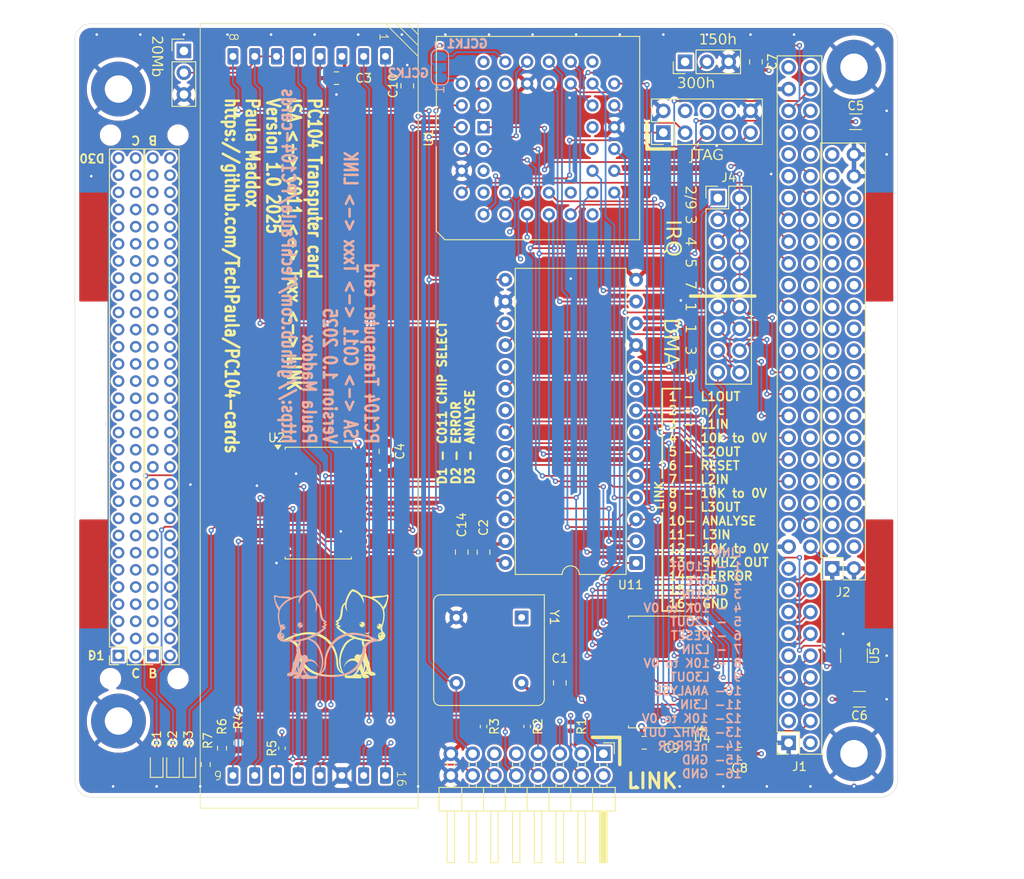
<source format=kicad_pcb>
(kicad_pcb (version 20241229) (generator "pcbnew") (generator_version "9.0")
  (layers (0 "F.Cu" signal) (4 "In1.Cu" signal) (6 "In2.Cu" signal) (2 "B.Cu" signal) (13 "F.Paste" user) (15 "B.Paste" user) (5 "F.SilkS" user "F.Silkscreen") (7 "B.SilkS" user "B.Silkscreen") (1 "F.Mask" user) (3 "B.Mask" user) (25 "Edge.Cuts" user))
  (net 0 "")
  (net 1 "GND")
  (net 2 "I{slash}OCHRDY")
  (net 3 "+5V")
  (net 186 "Net-(U11-CapMinus)")
  (net 188 "5MHz")
  (net 193 "/PC104Connectors/DB4")
  (net 194 "IRQ2")
  (net 195 "DACK3")
  (net 196 "/PC104Connectors/DB6")
  (net 197 "/PC104Connectors/DB3")
  (net 198 "IRQ5")
  (net 199 "DRQ3")
  (net 200 "DACK1")
  (net 201 "TC")
  (net 202 "/PC104Connectors/DB5")
  (net 203 "IRQ3")
  (net 204 "/PC104Connectors/DB2")
  (net 205 "/PC104Connectors/DB7")
  (net 206 "/PC104Connectors/DB1")
  (net 207 "DRQ1")
  (net 208 "IRQ4")
  (net 210 "IRQ7")
  (net 211 "Net-(J3-Pin_3)")
  (net 212 "Net-(J3-Pin_1)")
  (net 213 "Net-(J3-Pin_9)")
  (net 214 "Net-(J3-Pin_7)")
  (net 215 "Net-(J3-Pin_5)")
  (net 216 "Net-(J3-Pin_8)")
  (net 217 "Net-(J3-Pin_12)")
  (net 218 "Net-(J3-Pin_4)")
  (net 219 "Net-(J3-Pin_11)")
  (net 220 "Net-(JP1-C)")
  (net 221 "Net-(D1-K)")
  (net 222 "Net-(D1-A)")
  (net 223 "Net-(D2-A)")
  (net 224 "Net-(D2-K)")
  (net 225 "Net-(D3-K)")
  (net 226 "Net-(D3-A)")
  (net 227 "/AD2")
  (net 228 "RS1")
  (net 229 "DB0")
  (net 230 "AEN")
  (net 231 "/AD4")
  (net 232 "/AD3")
  (net 233 "nIOR")
  (net 234 "ISA_CLK")
  (net 235 "nIOW")
  (net 236 "/AD8")
  (net 237 "/AD5")
  (net 238 "RS0")
  (net 239 "/AD9")
  (net 240 "/AD6")
  (net 241 "/AD7")
  (net 242 "Net-(J3-Pin_14)")
  (net 243 "Net-(J3-Pin_10)")
  (net 244 "Net-(J3-Pin_6)")
  (net 245 "IRQ")
  (net 246 "DRQ")
  (net 247 "DACK")
  (net 248 "ADDR_SEL")
  (net 249 "Net-(JP3-A)")
  (net 250 "Net-(JP3-B)")
  (net 251 "TCK")
  (net 252 "nRI{slash}OCHRDY")
  (net 253 "nPC_RESET")
  (net 255 "INPUT_INT")
  (net 257 "nCS")
  (net 258 "nPC_ANALYSE")
  (net 259 "nPC_ERROR")
  (net 260 "R{slash}nW")
  (net 261 "OUTPUT_INT")
  (net 262 "TMS")
  (net 263 "C011_RESET")
  (net 264 "TDO")
  (net 266 "TDI")
  (net 268 "Net-(U11-LinkOut)")
  (net 269 "Net-(U11-LinkIn)")
  (net 270 "Net-(U8-Link0out)")
  (net 271 "Net-(U8-Link0in)")
  (net 272 "Net-(U11-D7)")
  (net 273 "Net-(U11-D6)")
  (net 274 "Net-(U11-D3)")
  (net 275 "Net-(U11-D1)")
  (net 276 "Net-(U11-D5)")
  (net 277 "Net-(U11-D4)")
  (net 278 "Net-(U11-D0)")
  (net 279 "Net-(U11-D2)")
  (net 282 "VCC")
  (footprint "Package_LCC:PLCC-44_THT-Socket" (layer "F.Cu") (at 140.335 59.055 90)
    (property "Reference" "U1")
    (property "Value" "ATF1502AS-xAx44")
  )
  (footprint "LED_SMD:LED_0603_1608Metric" (layer "F.Cu") (at 102.235 133.35 90)
    (property "Reference" "D1")
    (property "Value" "LED")
  )
  (footprint "Resistor_SMD:R_0402_1005Metric" (layer "F.Cu") (at 140.335 128.905 90)
    (property "Reference" "R3")
    (property "Value" "10K")
  )
  (footprint "Connector_PinSocket_2.54mm:PinSocket_2x32_P2.54mm_Vertical" (layer "F.Cu") (at 175.895 130.81 180)
    (property "Reference" "J1")
    (property "Value" "Conn_02x32_Odd_Even")
  )
  (footprint "Package_SO:SOIC-20W_7.5x12.8mm_P1.27mm" (layer "F.Cu") (at 121.08 102.87)
    (property "Reference" "U2")
    (property "Value" "74LS244_Split")
  )
  (footprint "Resistor_SMD:R_0402_1005Metric" (layer "F.Cu") (at 145.415 128.905 90)
    (property "Reference" "R2")
    (property "Value" "10K")
  )
  (footprint "Capacitor_SMD:C_0805_2012Metric" (layer "F.Cu") (at 123.19 53.34 180)
    (property "Reference" "C3")
    (property "Value" "100nF")
  )
  (footprint "Capacitor_SMD:C_0805_2012Metric" (layer "F.Cu") (at 140.335 108.585 90)
    (property "Reference" "C2")
    (property "Value" "100nF")
  )
  (footprint "Connector_PinHeader_2.54mm:PinHeader_2x08_P2.54mm_Horizontal" (layer "F.Cu") (at 154.305 132.08 -90)
    (property "Reference" "J3" (hide yes))
    (property "Value" "Conn_02x08_Odd_Even")
  )
  (footprint "Connector_PinSocket_2.00mm:PinSocket_2x30_P2.00mm_Vertical" (layer "F.Cu") (at 101.79 120.65 180)
    (property "Reference" "J9" (hide yes))
    (property "Value" "Conn_02x30_Row_Letter_First")
  )
  (footprint "Connector_PinSocket_2.00mm:PinSocket_2x30_P2.00mm_Vertical" (layer "F.Cu") (at 97.79 120.65 180)
    (property "Reference" "J10" (hide yes))
    (property "Value" "Conn_02x30_Row_Letter_First")
  )
  (footprint "Connector_PinHeader_2.54mm:PinHeader_2x05_P2.54mm_Vertical" (layer "F.Cu") (at 161.29 59.69 90)
    (property "Reference" "J5" (hide yes))
    (property "Value" "Conn_02x05_Odd_Even")
  )
  (footprint "Capacitor_SMD:C_1206_3216Metric" (layer "F.Cu") (at 183.72 58.42)
    (property "Reference" "C5")
    (property "Value" "47uF")
  )
  (footprint "Capacitor_SMD:C_1206_3216Metric" (layer "F.Cu") (at 184.15 125.73)
    (property "Reference" "C6")
    (property "Value" "47uF")
  )
  (footprint "MountingHole:MountingHole_3.2mm_M3_Pad_TopBottom" (layer "F.Cu") (at 183.515 52.07)
    (property "Reference" "H5" (hide yes))
    (property "Value" "MountingHole_Pad")
  )
  (footprint "Resistor_SMD:R_0402_1005Metric" (layer "F.Cu") (at 150.495 128.905 90)
    (property "Reference" "R1")
    (property "Value" "10K")
  )
  (footprint "LED_SMD:LED_0603_1608Metric" (layer "F.Cu") (at 106.045 133.35 90)
    (property "Reference" "D3")
    (property "Value" "LED")
  )
  (footprint "Package_DIP:DIP-28_W15.24mm" (layer "F.Cu") (at 158.115 109.855 180)
    (property "Reference" "U11")
    (property "Value" "IMSC011")
  )
  (footprint "Capacitor_SMD:C_0805_2012Metric" (layer "F.Cu") (at 170.18 132.08 180)
    (property "Reference" "C8")
    (property "Value" "100nF")
  )
  (footprint "Resistor_SMD:R_0603_1608Metric" (layer "F.Cu") (at 107.95 133.35 90)
    (property "Reference" "R7")
    (property "Value" "2K2")
  )
  (footprint "Package_SO:SOIC-20W_7.5x12.8mm_P1.27mm" (layer "F.Cu") (at 161.085 122.555 180)
    (property "Reference" "U4")
    (property "Value" "74HC245")
  )
  (footprint "Connector_PinHeader_2.54mm:PinHeader_1x03_P2.54mm_Vertical" (layer "F.Cu") (at 163.83 51.435 90)
    (property "Reference" "JP2" (hide yes))
    (property "Value" "150h/300h")
  )
  (footprint "Inmos:TRAM" (layer "F.Cu") (at 121.285 93.98 -90)
    (property "Reference" "U8" (hide yes))
    (property "Value" "TRAM")
  )
  (footprint "MountingHole:MountingHole_3.2mm_M3_Pad_TopBottom" (layer "F.Cu") (at 97.79 128.27)
    (property "Reference" "H3" (hide yes))
    (property "Value" "MountingHole_Pad")
  )
  (footprint "PaulasKiCADFootPrint:Fox_avatar_18mm" (layer "F.Cu") (at 123.801804 118.106341)
    (property "Reference" "FOX1" (hide yes))
    (property "Value" "SYM_Flash_Large" (hide yes))
  )
  (footprint "Capacitor_SMD:C_0805_2012Metric" (layer "F.Cu") (at 128.905 96.84 -90)
    (property "Reference" "C4")
    (property "Value" "100nF")
  )
  (footprint "MountingHole:MountingHole_2mm" (layer "F.Cu") (at 96.855 59.975)
    (property "Reference" "H9" (hide yes))
    (property "Value" "MountingHole")
  )
  (footprint "Capacitor_SMD:C_0805_2012Metric" (layer "F.Cu") (at 137.795 108.585 90)
    (property "Reference" "C14")
    (property "Value" "100nF")
  )
  (footprint "MountingHole:MountingHole_2mm" (layer "F.Cu") (at 104.725 59.975)
    (property "Reference" "H10" (hide yes))
    (property "Value" "MountingHole")
  )
  (footprint "Capacitor_SMD:C_0805_2012Metric" (layer "F.Cu") (at 131.445 54.229 90)
    (property "Reference" "C10")
    (property "Value" "100nF")
  )
  (footprint "Oscillator:Oscillator_DIP-8" (layer "F.Cu") (at 144.78 116.205 180)
    (property "Reference" "Y1")
    (property "Value" "CXO_DIP8")
  )
  (footprint "MountingHole:MountingHole_2mm" (layer "F.Cu") (at 104.725 123.325)
    (property "Reference" "H8" (hide yes))
    (property "Value" "MountingHole")
  )
  (footprint "Resistor_SMD:R_0402_1005Metric" (layer "F.Cu") (at 116.84 131.445 90)
    (property "Reference" "R5")
    (property "Value" "2K2")
  )
  (footprint "MountingHole:MountingHole_3.2mm_M3_Pad_TopBottom" (layer "F.Cu") (at 97.79 54.61)
    (property "Reference" "H6" (hide yes))
    (property "Value" "MountingHole_Pad")
  )
  (footprint "MountingHole:MountingHole_2mm" (layer "F.Cu") (at 96.855 123.325)
    (property "Reference" "H7" (hide yes))
    (property "Value" "MountingHole")
  )
  (footprint "Resistor_SMD:R_0603_1608Metric" (layer "F.Cu") (at 111.76 130.81 90)
    (property "Reference" "R4")
    (property "Value" "2K2")
  )
  (footprint "Capacitor_SMD:C_0805_2012Metric" (layer "F.Cu") (at 159.065 130.81)
    (property "Reference" "C9")
    (property "Value" "100nF")
  )
  (footprint "Capacitor_SMD:C_0805_2012Metric" (layer "F.Cu") (at 149.225 123.825 90)
    (property "Reference" "C1")
    (property "Value" "100nF")
  )
  (footprint "Package_TO_SOT_SMD:SOT-23-5" (layer "F.Cu") (at 183.515 120.65 -90)
    (property "Reference" "U5")
    (property "Value" "74LVC1G06")
  )
  (footprint "Resistor_SMD:R_0603_1608Metric" (layer "F.Cu") (at 109.855 131.445 90)
    (property "Reference" "R6")
    (property "Value" "2K2")
  )
  (footprint "Connector_PinHeader_2.54mm:PinHeader_1x03_P2.54mm_Vertical" (layer "F.Cu") (at 105.41 50.165)
    (property "Reference" "JP1" (hide yes))
    (property "Value" "Link Speed")
  )
  (footprint "Connector_PinHeader_2.54mm:PinHeader_2x09_P2.54mm_Vertical" (layer "F.Cu") (at 167.64 67.31)
    (property "Reference" "J4")
    (property "Value" "IRQDMA_JP")
  )
  (footprint "Connector_PinSocket_2.54mm:PinSocket_2x20_P2.54mm_Vertical" (layer "F.Cu") (at 180.975 110.49 180)
    (property "Reference" "J2")
    (property "Value" "Conn_02x20_Odd_Even")
  )
  (footprint "Capacitor_SMD:C_0805_2012Metric" (layer "F.Cu") (at 172.085 51.435 90)
    (property "Reference" "C7")
    (property "Value" "100nF")
  )
  (footprint "LED_SMD:LED_0603_1608Metric" (layer "F.Cu") (at 104.14 133.35 90)
    (property "Reference" "D2")
    (property "Value" "LED")
  )
  (footprint "MountingHole:MountingHole_3.2mm_M3_Pad_TopBottom" (layer "F.Cu") (at 183.515 132.08)
    (property "Reference" "H4" (hide yes))
    (property "Value" "MountingHole_Pad")
  )
  (footprint "Jumper:SolderJumper-3_P1.3mm_Bridged12_RoundedPad1.0x1.5mm_NumberLabels" (layer "B.Cu") (at 135.255 52.07 90)
    (property "Reference" "JP3" (hide yes))
    (property "Value" "Jumper_3_Bridged12")
  )
  (footprint "PaulasKiCADFootPrint:Fox_avatar_18mm" (layer "B.Cu") (at 121.360766 118.173816 180)
    (property "Reference" "FOX1" (hide yes))
    (property "Value" "SYM_Flash_Large" (hide yes))
  )
  (gr_line (start 161.163 99.949) (end 161.163 89.535) (stroke (width 0.2)) (layer "F.SilkS"))
  (gr_line (start 159.385 58.42) (end 159.385 59.69) (stroke (width 0.4)) (layer "F.SilkS"))
  (gr_line (start 161.163 89.535) (end 163.322 89.535) (stroke (width 0.2)) (layer "F.SilkS"))
  (gr_line (start 156.21 133.35) (end 156.21 132.08) (stroke (width 0.4)) (layer "F.SilkS"))
  (gr_line (start 171.965 78.74) (end 164.465 78.74) (stroke (width 0.4)) (layer "F.SilkS"))
  (gr_line (start 156.21 130.175) (end 153.035 130.175) (stroke (width 0.4)) (layer "F.SilkS"))
  (gr_line (start 161.163 115.443) (end 163.65 115.443) (stroke (width 0.2)) (layer "F.SilkS"))
  (gr_line (start 159.385 61.595) (end 162.56 61.595) (stroke (width 0.4)) (layer "F.SilkS"))
  (gr_line (start 159.385 59.69) (end 159.385 61.595) (stroke (width 0.4)) (layer "F.SilkS"))
  (gr_line (start 161.163 104.013) (end 161.163 115.443) (stroke (width 0.2)) (layer "F.SilkS"))
  (gr_line (start 156.21 132.08) (end 156.21 130.175) (stroke (width 0.4)) (layer "F.SilkS"))
  (gr_line (start 92.71 135.16) (end 92.71 48.895) (stroke (width 0.05)) (layer "Edge.Cuts"))
  (gr_line (start 188.595 48.99) (end 188.595 135.16) (stroke (width 0.05)) (layer "Edge.Cuts"))
  (gr_arc (start 188.595 135.16) (mid 188.009214 136.574214) (end 186.595 137.16) (stroke (width 0.05)) (layer "Edge.Cuts"))
  (gr_arc (start 186.595 46.99) (mid 188.009214 47.575786) (end 188.595 48.99) (stroke (width 0.05)) (layer "Edge.Cuts"))
  (gr_arc (start 92.707633 48.895) (mid 93.266288 47.546288) (end 94.615 46.987633) (stroke (width 0.05)) (layer "Edge.Cuts"))
  (gr_arc (start 94.71 137.16) (mid 93.295786 136.574214) (end 92.71 135.16) (stroke (width 0.05)) (layer "Edge.Cuts"))
  (gr_line (start 186.595 137.16) (end 94.71 137.16) (stroke (width 0.05)) (layer "Edge.Cuts"))
  (gr_line (start 94.615 46.987633) (end 186.595 46.99) (stroke (width 0.05)) (layer "Edge.Cuts"))
  (gr_text "5" (at 164.42 74.92 270) (layer "F.SilkS") (effects (font (size 1.25 1.25) (thickness 0.25))))
  (gr_text "D1" (at 96.29 120.65 0) (layer "F.SilkS") (effects (font (size 1 1) (thickness 0.2) (bold yes)) (justify right)))
  (gr_text "300h" (at 165.1 53.975 0) (layer "F.SilkS") (effects (font (size 1.25 1.25) (thickness 0.25))))
  (gr_text "1 - L1OUT\n2 - n/c\n3 - L1IN\n4 - 10K to 0V\n5 - L2OUT\n6 - RESET\n7 - L2IN\n8 - 10K to 0V\n9 - L3OUT\n10- ANALYSE\n11- L3IN\n12- 10K to 0V\n13- 5MHZ OUT\n14- nERROR\n15- GND\n16- GND" (at 161.798 115.189 0) (layer "F.SilkS") (effects (font (size 1 1) (thickness 0.2) (bold yes)) (justify left bottom)))
  (gr_text "B" (at 101.79 122.15 0) (layer "F.SilkS") (effects (font (size 1 1) (thickness 0.2) (bold yes)) (justify top)))
  (gr_text "PC104 Transputer card\nISA <-> C011 <-> Txxx <-> LINK\nVersion 1.0 2025\nPaula Maddox\nhttps://github.com/TechPaula/PC104-cards" (at 110.109 55.499 270) (layer "F.SilkS") (effects (font (size 1.5 1.2) (thickness 0.3) (bold yes)) (justify left bottom)))
  (gr_text "4" (at 164.42 72.38 270) (layer "F.SilkS") (effects (font (size 1.25 1.25) (thickness 0.25))))
  (gr_text "7\n" (at 164.42 77.46 270) (layer "F.SilkS") (effects (font (size 1.25 1.25) (thickness 0.25))))
  (gr_text "LINK" (at 156.845 135.255 0) (layer "F.SilkS") (effects (font (size 1.75 1.75) (thickness 0.35) (bold yes)) (justify left)))
  (gr_text "1" (at 164.405 80.01 270) (layer "F.SilkS") (effects (font (size 1.25 1.25) (thickness 0.25))))
  (gr_text "D30" (at 96.29 62.65 180) (layer "F.SilkS") (effects (font (size 1 1) (thickness 0.2) (bold yes)) (justify left)))
  (gr_text "C" (at 99.79 122.15 0) (layer "F.SilkS") (effects (font (size 1 1) (thickness 0.2) (bold yes)) (justify top)))
  (gr_text "3" (at 164.405 87.63 270) (layer "F.SilkS") (effects (font (size 1.25 1.25) (thickness 0.25))))
  (gr_text "150h" (at 167.64 48.895 0) (layer "F.SilkS") (effects (font (size 1.25 1.25) (thickness 0.25))))
  (gr_text "B" (at 101.79 61.15 180) (layer "F.SilkS") (effects (font (size 1 1) (thickness 0.2) (bold yes)) (justify top)))
  (gr_text "IRQ" (at 162.373 74.168 270) (layer "F.SilkS") (effects (font (size 1.75 1.75) (thickness 0.3)) (justify right)))
  (gr_text "20Mb" (at 102.235 50.8 270) (layer "F.SilkS") (effects (font (size 1.25 1.25) (thickness 0.25))))
  (gr_text "3" (at 164.42 69.84 270) (layer "F.SilkS") (effects (font (size 1.25 1.25) (thickness 0.25))))
  (gr_text "LINK" (at 161.417 103.759 90) (layer "F.SilkS") (effects (font (size 1 1) (thickness 0.2) (bold yes)) (justify left bottom)))
  (gr_text "DMA" (at 162.119 81.28 270) (layer "F.SilkS") (effects (font (size 1.75 1.75) (thickness 0.3)) (justify left)))
  (gr_text "3" (at 164.405 85.09 270) (layer "F.SilkS") (effects (font (size 1.25 1.25) (thickness 0.25))))
  (gr_text "D1 - C011 CHIP SELECT\nD2 - ERROR\nD3 - ANALYSE" (at 139.319 100.838 90) (layer "F.SilkS") (effects (font (size 1 1) (thickness 0.25) (bold yes)) (justify left bottom)))
  (gr_text "2/9" (at 164.405 67.2575 270) (layer "F.SilkS") (effects (font (size 1.25 1.25) (thickness 0.25))))
  (gr_text "C" (at 99.79 61.15 180) (layer "F.SilkS") (effects (font (size 1 1) (thickness 0.2) (bold yes)) (justify top)))
  (gr_text "1" (at 164.405 82.55 270) (layer "F.SilkS") (effects (font (size 1.25 1.25) (thickness 0.25))))
  (gr_text "JTAG" (at 166.37 62.357 0) (layer "F.SilkS") (effects (font (size 1.25 1.25) (thickness 0.25))))
  (gr_text "LINK\n1 - L1OUT\n2 - n/c\n3 - L1IN\n4 - 10K to 0V\n5 - L2OUT\n6 - RESET\n7 - L2IN\n8 - 10K to 0V\n9 - L3OUT\n10- ANALYSE\n11- L3IN\n12- 10K to 0V\n13- 5MHZ OUT\n14- nERROR\n15- GND\n16- GND" (at 170.561 135.001 0) (layer "B.SilkS") (effects (font (size 1 1) (thickness 0.2) (bold yes)) (justify left bottom mirror)))
  (gr_text "PC104 Transputer card\nISA <-> C011 <-> Txxx <-> LINK\nVersion 1.0 2025\nPaula Maddox\nhttps://github.com/TechPaula/PC104-cards" (at 116.7075 96.125 -90) (layer "B.SilkS") (effects (font (size 1.5 1.2) (thickness 0.3) (bold yes)) (justify left bottom mirror)))
  (gr_text "GCLK1" (at 140.97 49.911 0) (layer "B.SilkS") (effects (font (size 1 1) (thickness 0.25) (bold yes)) (justify left bottom mirror)))
  (gr_text "GCLK2" (at 134.112 53.34 0) (layer "B.SilkS") (effects (font (size 1 1) (thickness 0.25) (bold yes)) (justify left bottom mirror)))
  (segment (start 128.27 98.425) (end 128.27 99.06) (width 0.2) (layer "F.Cu") (net 1))
  (segment (start 116.43 109.63) (end 116.205 109.855) (width 0.2) (layer "F.Cu") (net 1))
  (segment (start 116.43 97.155) (end 116.43 95.475) (width 0.2) (layer "F.Cu") (net 1))
  (segment (start 122.24 54.295) (end 123.19 55.245) (width 0.2) (layer "F.Cu") (net 1))
  (segment (start 182.565 119.5125) (end 182.565 118.43) (width 0.2) (layer "F.Cu") (net 1))
  (segment (start 128.905 97.79) (end 128.27 98.425) (width 0.2) (layer "F.Cu") (net 1))
  (segment (start 116.43 108.585) (end 116.43 109.63) (width 0.2) (layer "F.Cu") (net 1))
  (segment (start 125.73 98.425) (end 128.27 98.425) (width 0.2) (layer "F.Cu") (net 1))
  (segment (start 182.565 118.43) (end 182.245 118.11) (width 0.2) (layer "F.Cu") (net 1))
  (segment (start 122.24 53.34) (end 122.24 54.295) (width 0.2) (layer "F.Cu") (net 1))
  (segment (start 116.43 95.475) (end 116.205 95.25) (width 0.2) (layer "F.Cu") (net 1))
  (via (at 110.49 48.26) (size 0.65) (drill 0.3) (layers "F.Cu" "B.Cu") (net 1))
  (via (at 100.33 48.26) (size 0.65) (drill 0.3) (layers "F.Cu" "B.Cu") (net 1))
  (via (at 107.315 135.89) (size 0.65) (drill 0.3) (layers "F.Cu" "B.Cu") (net 1))
  (via (at 94.615 120.65) (size 0.65) (drill 0.3) (layers "F.Cu" "B.Cu") (net 1))
  (via (at 115.57 48.26) (size 0.65) (drill 0.3) (layers "F.Cu" "B.Cu") (net 1))
  (via (at 182.245 118.11) (size 0.6) (drill 0.3) (layers "F.Cu" "B.Cu") (net 1))
  (via (at 166.37 48.26) (size 0.65) (drill 0.3) (layers "F.Cu" "B.Cu") (net 1))
  (via (at 132.715 135.89) (size 0.65) (drill 0.3) (layers "F.Cu" "B.Cu") (net 1))
  (via (at 161.29 48.26) (size 0.65) (drill 0.3) (layers "F.Cu" "B.Cu") (net 1))
  (via (at 176.53 48.26) (size 0.65) (drill 0.3) (layers "F.Cu" "B.Cu") (net 1))
  (via (at 123.698 106.172) (size 0.6) (drill 0.3) (layers "F.Cu" "B.Cu") (net 1))
  (via (at 187.325 57.15) (size 0.65) (drill 0.3) (layers "F.Cu" "B.Cu") (net 1))
  (via (at 94.615 64.77) (size 0.65) (drill 0.3) (layers "F.Cu" "B.Cu") (net 1))
  (via (at 130.81 48.26) (size 0.65) (drill 0.3) (layers "F.Cu" "B.Cu") (net 1))
  (via (at 95.25 48.26) (size 0.65) (drill 0.3) (layers "F.Cu" "B.Cu") (net 1))
  (via (at 173.355 135.89) (size 0.65) (drill 0.3) (layers "F.Cu" "B.Cu") (net 1))
  (via (at 168.275 135.89) (size 0.65) (drill 0.3) (layers "F.Cu" "B.Cu") (net 1))
  (via (at 146.05 48.26) (size 0.65) (drill 0.3) (layers "F.Cu" "B.Cu") (net 1))
  (via (at 128.27 99.06) (size 0.6) (drill 0.3) (layers "F.Cu" "B.Cu") (net 1))
  (via (at 187.325 120.65) (size 0.65) (drill 0.3) (layers "F.Cu" "B.Cu") (net 1))
  (via (at 163.322 79.248) (size 0.6) (drill 0.3) (layers "F.Cu" "B.Cu") (net 1))
  (via (at 106.172 100.711) (size 0.6) (drill 0.3) (layers "F.Cu" "B.Cu") (net 1))
  (via (at 171.45 48.26) (size 0.65) (drill 0.3) (layers "F.Cu" "B.Cu") (net 1))
  (via (at 118.491 99.441) (size 0.6) (drill 0.3) (layers "F.Cu" "B.Cu") (net 1))
  (via (at 120.65 48.26) (size 0.65) (drill 0.3) (layers "F.Cu" "B.Cu") (net 1))
  (via (at 123.19 55.245) (size 0.6) (drill 0.3) (layers "F.Cu" "B.Cu") (net 1))
  (via (at 158.115 135.89) (size 0.65) (drill 0.3) (layers "F.Cu" "B.Cu") (net 1))
  (via (at 116.205 95.25) (size 0.6) (drill 0.3) (layers "F.Cu" "B.Cu") (net 1))
  (via (at 163.195 135.89) (size 0.65) (drill 0.3) (layers "F.Cu" "B.Cu") (net 1))
  (via (at 102.235 135.89) (size 0.65) (drill 0.3) (layers "F.Cu" "B.Cu") (net 1))
  (via (at 150.495 76.708) (size 0.6) (drill 0.3) (layers "F.Cu" "B.Cu") (net 1))
  (via (at 116.205 109.855) (size 0.6) (drill 0.3) (layers "F.Cu" "B.Cu") (net 1))
  (via (at 125.73 48.26) (size 0.65) (drill 0.3) (layers "F.Cu" "B.Cu") (net 1))
  (via (at 113.919 100.838) (size 0.6) (drill 0.3) (layers "F.Cu" "B.Cu") (net 1))
  (via (at 183.515 135.89) (size 0.65) (drill 0.3) (layers "F.Cu" "B.Cu") (net 1))
  (via (at 187.325 125.73) (size 0.65) (drill 0.3) (layers "F.Cu" "B.Cu") (net 1))
  (via (at 131.445 51.816) (size 0.6) (drill 0.3) (layers "F.Cu" "B.Cu") (net 1))
  (via (at 187.325 62.23) (size 0.65) (drill 0.3) (layers "F.Cu" "B.Cu") (net 1))
  (via (at 156.21 48.26) (size 0.65) (drill 0.3) (layers "F.Cu" "B.Cu") (net 1))
  (via (at 140.97 48.26) (size 0.65) (drill 0.3) (layers "F.Cu" "B.Cu") (net 1))
  (via (at 135.89 48.26) (size 0.65) (drill 0.3) (layers "F.Cu" "B.Cu") (net 1))
  (via (at 173.863 64.516) (size 0.6) (drill 0.3) (layers "F.Cu" "B.Cu") (net 1))
  (via (at 178.435 135.89) (size 0.65) (drill 0.3) (layers "F.Cu" "B.Cu") (net 1))
  (via (at 105.41 48.26) (size 0.65) (drill 0.3) (layers "F.Cu" "B.Cu") (net 1))
  (via (at 167.513 61.214) (size 0.6) (drill 0.3) (layers "F.Cu" "B.Cu") (net 1))
  (via (at 150.368 55.626) (size 0.6) (drill 0.3) (layers "F.Cu" "B.Cu") (net 1))
  (via (at 97.155 135.89) (size 0.65) (drill 0.3) (layers "F.Cu" "B.Cu") (net 1))
  (via (at 151.13 48.26) (size 0.65) (drill 0.3) (layers "F.Cu" "B.Cu") (net 1))
  (segment (start 180.34 121.92) (end 180.4725 121.7875) (width 0.2) (layer "F.Cu") (net 2))
  (segment (start 180.4725 121.7875) (end 182.565 121.7875) (width 0.2) (layer "F.Cu") (net 2))
  (via (at 180.34 121.92) (size 0.6) (drill 0.3) (layers "F.Cu" "B.Cu") (net 2))
  (segment (start 179.824 121.404) (end 180.34 121.92) (width 0.2) (layer "B.Cu") (net 2))
  (segment (start 179.824 109.339) (end 179.824 121.404) (width 0.2) (layer "B.Cu") (net 2))
  (segment (start 178.435 107.95) (end 179.824 109.339) (width 0.2) (layer "B.Cu") (net 2))
  (segment (start 182.245 58.42) (end 183.72 58.42) (width 0.4) (layer "F.Cu") (net 3))
  (segment (start 140.335 109.535) (end 142.555 109.535) (width 0.4) (layer "F.Cu") (net 3))
  (segment (start 124.14 53.34) (end 124.14 51.115) (width 0.4) (layer "F.Cu") (net 3))
  (segment (start 139.131 55.179) (end 140.335 53.975) (width 0.4) (layer "F.Cu") (net 3))
  (segment (start 158.75 130.175) (end 158.75 129.54) (width 0.4) (layer "F.Cu") (net 3))
  (segment (start 137.795 109.535) (end 140.335 109.535) (width 0.4) (layer "F.Cu") (net 3))
  (segment (start 142.555 109.535) (end 142.875 109.855) (width 0.4) (layer "F.Cu") (net 3))
  (segment (start 156.435 128.27) (end 156.435 129.13) (width 0.4) (layer "F.Cu") (net 3))
  (segment (start 184.465 123.94) (end 182.675 125.73) (width 0.4) (layer "F.Cu") (net 3))
  (segment (start 116.84 130.935) (end 116.84 129.54) (width 0.2) (layer "F.Cu") (net 3))
  (segment (start 125.73 97.155) (end 127.64 97.155) (width 0.4) (layer "F.Cu") (net 3))
  (segment (start 172.085 52.385) (end 173.543 52.385) (width 0.4) (layer "F.Cu") (net 3))
  (segment (start 171.13 132.08) (end 172.72 132.08) (width 0.4) (layer "F.Cu") (net 3))
  (segment (start 158.75 129.54) (end 158.75 128.905) (width 0.4) (layer "F.Cu") (net 3))
  (segment (start 158.115 130.81) (end 158.75 130.175) (width 0.4) (layer "F.Cu") (net 3))
  (segment (start 149.225 124.775) (end 145.73 124.775) (width 0.4) (layer "F.Cu") (net 3))
  (segment (start 127.64 97.155) (end 128.905 95.89) (width 0.4) (layer "F.Cu") (net 3))
  (segment (start 125.73 97.155) (end 125.73 95.885) (width 0.4) (layer "F.Cu") (net 3))
  (segment (start 131.445 55.179) (end 139.131 55.179) (width 0.4) (layer "F.Cu") (net 3))
  (segment (start 182.675 125.73) (end 180.975 125.73) (width 0.4) (layer "F.Cu") (net 3))
  (segment (start 156.435 129.13) (end 158.115 130.81) (width 0.4) (layer "F.Cu") (net 3))
  (segment (start 184.465 121.7875) (end 184.465 123.94) (width 0.4) (layer "F.Cu") (net 3))
  (segment (start 124.14 51.115) (end 123.825 50.8) (width 0.4) (layer "F.Cu") (net 3))
  (segment (start 173.543 52.385) (end 173.609 52.451) (width 0.4) (layer "F.Cu") (net 3))
  (segment (start 145.73 124.775) (end 144.78 123.825) (width 0.4) (layer "F.Cu") (net 3))
  (via (at 173.609 52.451) (size 0.6) (drill 0.3) (layers "F.Cu" "B.Cu") (net 3))
  (via (at 180.975 125.73) (size 0.6) (drill 0.3) (layers "F.Cu" "B.Cu") (net 3))
  (via (at 183.72 58.42) (size 0.6) (drill 0.3) (layers "F.Cu" "B.Cu") (net 3))
  (via (at 125.73 95.885) (size 0.8) (drill 0.4) (layers "F.Cu" "B.Cu") (net 3))
  (via (at 172.72 132.08) (size 0.6) (drill 0.3) (layers "F.Cu" "B.Cu") (net 3))
  (via (at 158.75 128.905) (size 0.8) (drill 0.4) (layers "F.Cu" "B.Cu") (net 3))
  (via (at 116.84 129.54) (size 0.6) (drill 0.3) (layers "F.Cu" "B.Cu") (net 3))
  (segment (start 142.555 107.635) (end 142.875 107.315) (width 0.4) (layer "F.Cu") (net 186))
  (segment (start 140.335 107.635) (end 142.555 107.635) (width 0.4) (layer "F.Cu") (net 186))
  (segment (start 144.018 60.198) (end 133.985 60.198) (width 0.2) (layer "F.Cu") (net 188))
  (segment (start 133.985 76.835) (end 142.875 76.835) (width 0.2) (layer "F.Cu") (net 188))
  (segment (start 144.145 60.071) (end 144.018 60.198) (width 0.2) (layer "F.Cu") (net 188))
  (segment (start 111.76 57.15) (end 133.985 57.15) (width 0.2) (layer "F.Cu") (net 188))
  (via (at 133.985 60.198) (size 0.6) (drill 0.3) (layers "F.Cu" "B.Cu") (net 188))
  (via (at 144.145 60.071) (size 0.6) (drill 0.3) (layers "F.Cu" "B.Cu") (net 188))
  (via (at 133.985 76.835) (size 0.6) (drill 0.3) (layers "F.Cu" "B.Cu") (net 188))
  (via (at 133.985 57.15) (size 0.6) (drill 0.3) (layers "F.Cu" "B.Cu") (net 188))
  (via (at 111.76 57.15) (size 0.6) (drill 0.3) (layers "F.Cu" "B.Cu") (net 188))
  (segment (start 136.525 123.825) (end 133.985 121.285) (width 0.2) (layer "B.Cu") (net 188))
  (segment (start 133.985 121.285) (end 133.985 76.835) (width 0.2) (layer "B.Cu") (net 188))
  (segment (start 133.985 60.198) (end 133.985 57.15) (width 0.2) (layer "B.Cu") (net 188))
  (segment (start 111.76 54.61) (end 111.76 57.15) (width 0.2) (layer "B.Cu") (net 188))
  (segment (start 144.145 60.071) (end 144.145 52.705) (width 0.2) (layer "B.Cu") (net 188))
  (segment (start 144.145 52.705) (end 145.415 51.435) (width 0.2) (layer "B.Cu") (net 188))
  (segment (start 137.16 123.825) (end 136.525 123.825) (width 0.2) (layer "B.Cu") (net 188))
  (segment (start 137.16 130.175) (end 137.16 123.825) (width 0.2) (layer "B.Cu") (net 188))
  (segment (start 133.985 76.835) (end 133.985 60.198) (width 0.2) (layer "B.Cu") (net 188))
  (segment (start 111.76 54.61) (end 111.125 53.975) (width 0.2) (layer "B.Cu") (net 188))
  (segment (start 139.065 132.08) (end 137.16 130.175) (width 0.2) (layer "B.Cu") (net 188))
  (segment (start 111.125 53.975) (end 111.125 50.8) (width 0.2) (layer "B.Cu") (net 188))
  (segment (start 170.18 121.285) (end 160.655 121.285) (width 0.2) (layer "F.Cu") (net 193))
  (segment (start 170.696 121.801) (end 170.18 121.285) (width 0.2) (layer "F.Cu") (net 193))
  (segment (start 160.655 121.285) (end 160.02 121.92) (width 0.2) (layer "F.Cu") (net 193))
  (segment (start 178.435 120.65) (end 177.284 121.801) (width 0.2) (layer "F.Cu") (net 193))
  (segment (start 177.284 121.801) (end 170.696 121.801) (width 0.2) (layer "F.Cu") (net 193))
  (segment (start 160.02 121.92) (end 156.435 121.92) (width 0.2) (layer "F.Cu") (net 193))
  (segment (start 175.895 123.19) (end 170.815 123.19) (width 0.2) (layer "F.Cu") (net 194))
  (segment (start 170.815 123.19) (end 170.18 122.555) (width 0.2) (layer "F.Cu") (net 194))
  (via (at 170.18 122.555) (size 0.6) (drill 0.3) (layers "F.Cu" "B.Cu") (net 194))
  (segment (start 167.005 90.805) (end 165.735 89.535) (width 0.2) (layer "B.Cu") (net 194))
  (segment (start 167.005 115.57) (end 167.005 90.805) (width 0.2) (layer "B.Cu") (net 194))
  (segment (start 170.18 118.745) (end 167.005 115.57) (width 0.2) (layer "B.Cu") (net 194))
  (segment (start 165.735 89.535) (end 165.735 69.215) (width 0.2) (layer "B.Cu") (net 194))
  (segment (start 170.18 122.555) (end 170.18 118.745) (width 0.2) (layer "B.Cu") (net 194))
  (segment (start 165.735 69.215) (end 167.64 67.31) (width 0.2) (layer "B.Cu") (net 194))
  (segment (start 175.895 95.25) (end 168.275 95.25) (width 0.2) (layer "F.Cu") (net 195))
  (via (at 168.275 95.25) (size 0.6) (drill 0.3) (layers "F.Cu" "B.Cu") (net 195))
  (segment (start 168.275 95.25) (end 168.275 89.535) (width 0.2) (layer "B.Cu") (net 195))
  (segment (start 167.64 88.9) (end 167.64 87.63) (width 0.2) (layer "B.Cu") (net 195))
  (segment (start 168.275 89.535) (end 167.64 88.9) (width 0.2) (layer "B.Cu") (net 195))
  (segment (start 177.165 127) (end 172.085 127) (width 0.2) (layer "F.Cu") (net 196))
  (segment (start 172.085 127) (end 170.18 125.095) (width 0.2) (layer "F.Cu") (net 196))
  (segment (start 160.655 125.095) (end 160.02 124.46) (width 0.2) (layer "F.Cu") (net 196))
  (segment (start 178.435 125.73) (end 177.165 127) (width 0.2) (layer "F.Cu") (net 196))
  (segment (start 160.02 124.46) (end 156.435 124.46) (width 0.2) (layer "F.Cu") (net 196))
  (segment (start 170.18 125.095) (end 160.655 125.095) (width 0.2) (layer "F.Cu") (net 196))
  (segment (start 178.435 118.11) (end 177.284 119.261) (width 0.2) (layer "F.Cu") (net 197))
  (segment (start 177.284 119.261) (end 175.141 119.261) (width 0.2) (layer "F.Cu") (net 197))
  (segment (start 169.545 113.665) (end 152.4 113.665) (width 0.2) (layer "F.Cu") (net 197))
  (segment (start 175.141 119.261) (end 169.545 113.665) (width 0.2) (layer "F.Cu") (net 197))
  (segment (start 152.4 120.65) (end 156.435 120.65) (width 0.2) (layer "F.Cu") (net 197))
  (via (at 152.4 120.65) (size 0.6) (drill 0.3) (layers "F.Cu" "B.Cu") (net 197))
  (via (at 152.4 113.665) (size 0.6) (drill 0.3) (layers "F.Cu" "B.Cu") (net 197))
  (segment (start 152.4 113.665) (end 152.4 120.65) (width 0.2) (layer "B.Cu") (net 197))
  (segment (start 174.744 73.779) (end 168.791 73.779) (width 0.2) (layer "F.Cu") (net 198))
  (segment (start 175.895 74.93) (end 174.744 73.779) (width 0.2) (layer "F.Cu") (net 198))
  (segment (start 168.791 73.779) (end 167.64 74.93) (width 0.2) (layer "F.Cu") (net 198))
  (segment (start 175.895 92.71) (end 172.72 92.71) (width 0.2) (layer "F.Cu") (net 199))
  (segment (start 168.91 86.36) (end 167.64 85.09) (width 0.2) (layer "F.Cu") (net 199))
  (segment (start 172.72 86.36) (end 168.91 86.36) (width 0.2) (layer "F.Cu") (net 199))
  (via (at 172.72 86.36) (size 0.6) (drill 0.3) (layers "F.Cu" "B.Cu") (net 199))
  (via (at 172.72 92.71) (size 0.6) (drill 0.3) (layers "F.Cu" "B.Cu") (net 199))
  (segment (start 172.72 92.71) (end 172.72 86.36) (width 0.2) (layer "B.Cu") (net 199))
  (segment (start 175.895 90.17) (end 173.355 90.17) (width 0.2) (layer "F.Cu") (net 200))
  (segment (start 168.91 83.82) (end 167.64 82.55) (width 0.2) (layer "F.Cu") (net 200))
  (segment (start 173.355 83.82) (end 168.91 83.82) (width 0.2) (layer "F.Cu") (net 200))
  (via (at 173.355 83.82) (size 0.6) (drill 0.3) (layers "F.Cu" "B.Cu") (net 200))
  (via (at 173.355 90.17) (size 0.6) (drill 0.3) (layers "F.Cu" "B.Cu") (net 200))
  (segment (start 173.355 90.17) (end 173.355 83.82) (width 0.2) (layer "B.Cu") (net 200))
  (segment (start 171.45 124.46) (end 170.815 123.825) (width 0.2) (layer "F.Cu") (net 202))
  (segment (start 177.165 124.46) (end 171.45 124.46) (width 0.2) (layer "F.Cu") (net 202))
  (segment (start 160.02 123.19) (end 156.435 123.19) (width 0.2) (layer "F.Cu") (net 202))
  (segment (start 178.435 123.19) (end 177.165 124.46) (width 0.2) (layer "F.Cu") (net 202))
  (segment (start 160.655 123.825) (end 160.02 123.19) (width 0.2) (layer "F.Cu") (net 202))
  (segment (start 170.815 123.825) (end 160.655 123.825) (width 0.2) (layer "F.Cu") (net 202))
  (segment (start 168.791 68.699) (end 167.64 69.85) (width 0.2) (layer "F.Cu") (net 203))
  (segment (start 175.895 69.85) (end 174.744 68.699) (width 0.2) (layer "F.Cu") (net 203))
  (segment (start 174.744 68.699) (end 168.791 68.699) (width 0.2) (layer "F.Cu") (net 203))
  (segment (start 178.435 115.57) (end 177.284 116.721) (width 0.2) (layer "F.Cu") (net 204))
  (segment (start 177.284 116.721) (end 174.506 116.721) (width 0.2) (layer "F.Cu") (net 204))
  (segment (start 174.506 116.721) (end 170.815 113.03) (width 0.2) (layer "F.Cu") (net 204))
  (segment (start 153.035 119.38) (end 156.435 119.38) (width 0.2) (layer "F.Cu") (net 204))
  (segment (start 170.815 113.03) (end 153.035 113.03) (width 0.2) (layer "F.Cu") (net 204))
  (via (at 153.035 119.38) (size 0.6) (drill 0.3) (layers "F.Cu" "B.Cu") (net 204))
  (via (at 153.035 113.03) (size 0.6) (drill 0.3) (layers "F.Cu" "B.Cu") (net 204))
  (segment (start 153.035 113.03) (end 153.035 119.38) (width 0.2) (layer "B.Cu") (net 204))
  (segment (start 170.18 126.365) (end 160.02 126.365) (width 0.2) (layer "F.Cu") (net 205))
  (segment (start 178.435 128.27) (end 177.284 129.421) (width 0.2) (layer "F.Cu") (net 205))
  (segment (start 159.385 125.73) (end 156.435 125.73) (width 0.2) (layer "F.Cu") (net 205))
  (segment (start 173.236 129.421) (end 170.18 126.365) (width 0.2) (layer "F.Cu") (net 205))
  (segment (start 177.284 129.421) (end 173.236 129.421) (width 0.2) (layer "F.Cu") (net 205))
  (segment (start 160.02 126.365) (end 159.385 125.73) (width 0.2) (layer "F.Cu") (net 205))
  (segment (start 153.67 118.11) (end 156.435 118.11) (width 0.2) (layer "F.Cu") (net 206))
  (segment (start 172.72 112.395) (end 153.67 112.395) (width 0.2) (layer "F.Cu") (net 206))
  (segment (start 178.435 113.03) (end 177.284 114.181) (width 0.2) (layer "F.Cu") (net 206))
  (segment (start 174.506 114.181) (end 172.72 112.395) (width 0.2) (layer "F.Cu") (net 206))
  (segment (start 177.284 114.181) (end 174.506 114.181) (width 0.2) (layer "F.Cu") (net 206))
  (via (at 153.67 112.395) (size 0.6) (drill 0.3) (layers "F.Cu" "B.Cu") (net 206))
  (via (at 153.67 118.11) (size 0.6) (drill 0.3) (layers "F.Cu" "B.Cu") (net 206))
  (segment (start 153.67 112.395) (end 153.67 118.11) (width 0.2) (layer "B.Cu") (net 206))
  (segment (start 173.99 81.28) (end 169.475686 81.28) (width 0.2) (layer "F.Cu") (net 207))
  (segment (start 169.475686 81.28) (end 169.041735 80.84605) (width 0.2) (layer "F.Cu") (net 207))
  (segment (start 168.47605 80.84605) (end 167.64 80.01) (width 0.2) (layer "F.Cu") (net 207))
  (segment (start 175.895 87.63) (end 173.99 87.63) (width 0.2) (layer "F.Cu") (net 207))
  (segment (start 169.041735 80.84605) (end 168.47605 80.84605) (width 0.2) (layer "F.Cu") (net 207))
  (via (at 173.99 87.63) (size 0.6) (drill 0.3) (layers "F.Cu" "B.Cu") (net 207))
  (via (at 173.99 81.28) (size 0.6) (drill 0.3) (layers "F.Cu" "B.Cu") (net 207))
  (segment (start 173.99 87.63) (end 173.99 81.28) (width 0.2) (layer "B.Cu") (net 207))
  (segment (start 175.895 72.39) (end 174.625 71.12) (width 0.2) (layer "F.Cu") (net 208))
  (segment (start 168.91 71.12) (end 167.64 72.39) (width 0.2) (layer "F.Cu") (net 208))
  (segment (start 174.625 71.12) (end 168.91 71.12) (width 0.2) (layer "F.Cu") (net 208))
  (segment (start 168.91 76.2) (end 172.085 76.2) (width 0.2) (layer "F.Cu") (net 210))
  (segment (start 172.085 76.2) (end 175.895 80.01) (width 0.2) (layer "F.Cu") (net 210))
  (segment (start 167.64 77.47) (end 168.91 76.2) (width 0.2) (layer "F.Cu") (net 210))
  (via (at 150.495 127.625) (size 0.6) (drill 0.3) (layers "F.Cu" "B.Cu") (net 211))
  (via (at 121.285 126.365) (size 0.6) (drill 0.3) (layers "F.Cu" "B.Cu") (net 211))
  (segment (start 121.285 126.365) (end 121.285 98.425) (width 0.2) (layer "B.Cu") (net 211))
  (segment (start 150.495 127.625) (end 150.495 130.81) (width 0.2) (layer "B.Cu") (net 211))
  (segment (start 118.745 53.975) (end 119.38 54.61) (width 0.2) (layer "B.Cu") (net 211))
  (segment (start 118.745 50.8) (end 118.745 53.975) (width 0.2) (layer "B.Cu") (net 211))
  (segment (start 150.495 130.81) (end 151.765 132.08) (width 0.2) (layer "B.Cu") (net 211))
  (segment (start 121.285 98.425) (end 119.38 96.52) (width 0.2) (layer "B.Cu") (net 211))
  (segment (start 119.38 96.52) (end 119.38 54.61) (width 0.2) (layer "B.Cu") (net 211))
  (via (at 122.555 126.365) (size 0.6) (drill 0.3) (layers "F.Cu" "B.Cu") (net 212))
  (via (at 152.4 127.635) (size 0.6) (drill 0.3) (layers "F.Cu" "B.Cu") (net 212))
  (segment (start 121.92 54.61) (end 121.92 96.52) (width 0.2) (layer "B.Cu") (net 212))
  (segment (start 122.555 97.155) (end 122.555 101.6) (width 0.2) (layer "B.Cu") (net 212))
  (segment (start 122.555 101.6) (end 122.555 124.46) (width 0.2) (layer "B.Cu") (net 212))
  (segment (start 152.4 127.635) (end 152.4 130.175) (width 0.2) (layer "B.Cu") (net 212))
  (segment (start 121.92 96.52) (end 122.555 97.155) (width 0.2) (layer "B.Cu") (net 212))
  (segment (start 152.4 130.175) (end 154.305 132.08) (width 0.2) (layer "B.Cu") (net 212))
  (segment (start 122.555 124.46) (end 122.555 126.365) (width 0.2) (layer "B.Cu") (net 212))
  (segment (start 121.285 50.8) (end 121.285 53.975) (width 0.2) (layer "B.Cu") (net 212))
  (segment (start 121.285 53.975) (end 121.92 54.61) (width 0.2) (layer "B.Cu") (net 212))
  (via (at 127 130.81) (size 0.6) (drill 0.3) (layers "F.Cu" "B.Cu") (net 213))
  (segment (start 126.365 134.62) (end 126.365 131.445) (width 0.2) (layer "B.Cu") (net 213))
  (segment (start 126.365 131.445) (end 127 130.81) (width 0.2) (layer "B.Cu") (net 213))
  (via (at 146.685 128.905) (size 0.6) (drill 0.3) (layers "F.Cu" "B.Cu") (net 214))
  (via (at 127 128.27) (size 0.6) (drill 0.3) (layers "F.Cu" "B.Cu") (net 214))
  (segment (start 127 128.27) (end 127 54.61) (width 0.2) (layer "B.Cu") (net 214))
  (segment (start 126.365 50.8) (end 126.365 53.975) (width 0.2) (layer "B.Cu") (net 214))
  (segment (start 126.365 53.975) (end 127 54.61) (width 0.2) (layer "B.Cu") (net 214))
  (segment (start 146.685 132.08) (end 146.685 128.905) (width 0.2) (layer "B.Cu") (net 214))
  (via (at 149.225 128.27) (size 0.6) (drill 0.3) (layers "F.Cu" "B.Cu") (net 215))
  (via (at 129.54 128.27) (size 0.6) (drill 0.3) (layers "F.Cu" "B.Cu") (net 215))
  (segment (start 129.54 128.27) (end 129.54 54.61) (width 0.2) (layer "B.Cu") (net 215))
  (segment (start 128.905 50.8) (end 128.905 53.975) (width 0.2) (layer "B.Cu") (net 215))
  (segment (start 149.225 132.08) (end 149.225 128.27) (width 0.2) (layer "B.Cu") (net 215))
  (segment (start 128.905 53.975) (end 129.54 54.61) (width 0.2) (layer "B.Cu") (net 215))
  (segment (start 145.415 133.35) (end 146.685 134.62) (width 0.2) (layer "F.Cu") (net 216))
  (segment (start 145.415 129.415) (end 145.415 133.35) (width 0.2) (layer "F.Cu") (net 216))
  (segment (start 140.335 129.415) (end 140.335 133.35) (width 0.2) (layer "F.Cu") (net 217))
  (segment (start 140.335 133.35) (end 141.605 134.62) (width 0.2) (layer "F.Cu") (net 217))
  (segment (start 150.495 129.415) (end 150.495 133.35) (width 0.2) (layer "F.Cu") (net 218))
  (segment (start 150.495 133.35) (end 151.765 134.62) (width 0.2) (layer "F.Cu") (net 218))
  (via (at 129.54 130.81) (size 0.6) (drill 0.3) (layers "F.Cu" "B.Cu") (net 219))
  (segment (start 128.905 131.445) (end 129.54 130.81) (width 0.2) (layer "B.Cu") (net 219))
  (segment (start 128.905 134.62) (end 128.905 131.445) (width 0.2) (layer "B.Cu") (net 219))
  (segment (start 112.395 52.705) (end 114.3 50.8) (width 0.2) (layer "F.Cu") (net 220))
  (segment (start 114.3 50.8) (end 116.84 50.8) (width 0.2) (layer "F.Cu") (net 220))
  (segment (start 114.3 81.915) (end 142.875 81.915) (width 0.2) (layer "F.Cu") (net 220))
  (segment (start 105.41 52.705) (end 112.395 52.705) (width 0.2) (layer "F.Cu") (net 220))
  (via (at 114.3 81.915) (size 0.6) (drill 0.3) (layers "F.Cu" "B.Cu") (net 220))
  (segment (start 113.665 53.975) (end 114.3 54.61) (width 0.2) (layer "B.Cu") (net 220))
  (segment (start 114.3 54.61) (end 114.3 81.915) (width 0.2) (layer "B.Cu") (net 220))
  (segment (start 113.665 50.8) (end 113.665 53.975) (width 0.2) (layer "B.Cu") (net 220))
  (segment (start 108.519 134.876) (end 111.76 131.635) (width 0.2) (layer "F.Cu") (net 221))
  (segment (start 102.235 134.1375) (end 102.9735 134.876) (width 0.2) (layer "F.Cu") (net 221))
  (segment (start 102.9735 134.876) (end 108.519 134.876) (width 0.2) (layer "F.Cu") (net 221))
  (segment (start 116.43 99.695) (end 116.361 99.626) (width 0.2) (layer "F.Cu") (net 222))
  (segment (start 101.034 99.626) (end 100.965 99.695) (width 0.2) (layer "F.Cu") (net 222))
  (segment (start 116.361 99.626) (end 101.034 99.626) (width 0.2) (layer "F.Cu") (net 222))
  (segment (start 102.235 130.81) (end 102.235 132.5625) (width 0.2) (layer "F.Cu") (net 222))
  (via (at 100.965 99.695) (size 0.6) (drill 0.3) (layers "F.Cu" "B.Cu") (net 222))
  (via (at 102.235 130.81) (size 0.6) (drill 0.3) (layers "F.Cu" "B.Cu") (net 222))
  (segment (start 100.814 124.309) (end 102.235 125.73) (width 0.2) (layer "B.Cu") (net 222))
  (segment (start 100.965 99.695) (end 100.814 99.846) (width 0.2) (layer "B.Cu") (net 222))
  (segment (start 100.814 99.846) (end 100.814 124.309) (width 0.2) (layer "B.Cu") (net 222))
  (segment (start 102.235 125.73) (end 102.235 130.81) (width 0.2) (layer "B.Cu") (net 222))
  (segment (start 116.43 104.775) (end 105.045273 104.775) (width 0.2) (layer "F.Cu") (net 223))
  (segment (start 104.194273 105.626) (end 103.186649 105.626) (width 0.2) (layer "F.Cu") (net 223))
  (segment (start 104.14 130.81) (end 104.14 132.5625) (width 0.2) (layer "F.Cu") (net 223))
  (segment (start 103.186649 105.626) (end 102.808254 106.004395) (width 0.2) (layer "F.Cu") (net 223))
  (segment (start 105.045273 104.775) (end 104.194273 105.626) (width 0.2) (layer "F.Cu") (net 223))
  (via (at 102.808254 106.004395) (size 0.6) (drill 0.3) (layers "F.Cu" "B.Cu") (net 223))
  (via (at 104.14 130.81) (size 0.6) (drill 0.3) (layers "F.Cu" "B.Cu") (net 223))
  (segment (start 102.808254 106.004395) (end 102.808254 121.981746) (width 0.2) (layer "B.Cu") (net 223))
  (segment (start 102.235 122.555) (end 102.235 124.46) (width 0.2) (layer "B.Cu") (net 223))
  (segment (start 104.14 127) (end 104.14 130.81) (width 0.2) (layer "B.Cu") (net 223))
  (segment (start 102.235 124.46) (end 102.235 125.095) (width 0.2) (layer "B.Cu") (net 223))
  (segment (start 102.235 125.095) (end 104.14 127) (width 0.2) (layer "B.Cu") (net 223))
  (segment (start 102.808254 121.981746) (end 102.235 122.555) (width 0.2) (layer "B.Cu") (net 223))
  (segment (start 108.726 133.399) (end 104.8785 133.399) (width 0.2) (layer "F.Cu") (net 224))
  (segment (start 104.8785 133.399) (end 104.14 134.1375) (width 0.2) (layer "F.Cu") (net 224))
  (segment (start 109.855 132.27) (end 108.726 133.399) (width 0.2) (layer "F.Cu") (net 224))
  (segment (start 107.9125 134.1375) (end 107.95 134.175) (width 0.2) (layer "F.Cu") (net 225))
  (segment (start 106.045 134.1375) (end 107.9125 134.1375) (width 0.2) (layer "F.Cu") (net 225))
  (segment (start 106.045 132.5625) (end 106.045 130.81) (width 0.2) (layer "F.Cu") (net 226))
  (segment (start 121.92 107.315) (end 120.015 105.41) (width 0.2) (layer "F.Cu") (net 226))
  (segment (start 120.015 105.41) (end 109.22 105.41) (width 0.2) (layer "F.Cu") (net 226))
  (segment (start 109.22 105.41) (end 108.585 106.045) (width 0.2) (layer "F.Cu") (net 226))
  (segment (start 125.73 107.315) (end 121.92 107.315) (width 0.2) (layer "F.Cu") (net 226))
  (via (at 106.045 130.81) (size 0.6) (drill 0.3) (layers "F.Cu" "B.Cu") (net 226))
  (via (at 108.585 106.045) (size 0.6) (drill 0.3) (layers "F.Cu" "B.Cu") (net 226))
  (segment (start 106.045 127) (end 106.045 130.81) (width 0.2) (layer "B.Cu") (net 226))
  (segment (start 108.585 124.46) (end 106.045 127) (width 0.2) (layer "B.Cu") (net 226))
  (segment (start 108.585 106.045) (end 108.585 124.46) (width 0.2) (layer "B.Cu") (net 226))
  (segment (start 158.115 97.155) (end 147.32 97.155) (width 0.2) (layer "F.Cu") (net 228))
  (segment (start 165.108 58.301) (end 165.1 58.293) (width 0.2) (layer "F.Cu") (net 228))
  (segment (start 178.435 57.15) (end 177.284 58.301) (width 0.2) (layer "F.Cu") (net 228))
  (segment (start 164.973 73.787) (end 146.8272 73.787) (width 0.2) (layer "F.Cu") (net 228))
  (segment (start 146.685 61.595) (end 140.335 61.595) (width 0.2) (layer "F.Cu") (net 228))
  (segment (start 177.284 58.301) (end 165.108 58.301) (width 0.2) (layer "F.Cu") (net 228))
  (via (at 164.973 73.787) (size 0.6) (drill 0.3) (layers "F.Cu" "B.Cu") (net 228))
  (via (at 165.1 58.293) (size 0.6) (drill 0.3) (layers "F.Cu" "B.Cu") (net 228))
  (via (at 146.685 61.595) (size 0.6) (drill 0.3) (layers "F.Cu" "B.Cu") (net 228))
  (via (at 146.8272 73.787) (size 0.6) (drill 0.3) (layers "F.Cu" "B.Cu") (net 228))
  (via (at 147.32 97.155) (size 0.6) (drill 0.3) (layers "F.Cu" "B.Cu") (net 228))
  (segment (start 146.685 61.595) (end 146.8272 61.7372) (width 0.2) (layer "B.Cu") (net 228))
  (segment (start 165.1 73.66) (end 164.973 73.787) (width 0.2) (layer "B.Cu") (net 228))
  (segment (start 165.1 58.293) (end 165.1 73.66) (width 0.2) (layer "B.Cu") (net 228))
  (segment (start 146.8272 61.7372) (end 146.8272 73.787) (width 0.2) (layer "B.Cu") (net 228))
  (segment (start 146.8272 73.787) (end 146.8272 96.6622) (width 0.2) (layer "B.Cu") (net 228))
  (segment (start 146.8272 96.6622) (end 147.32 97.155) (width 0.2) (layer "B.Cu") (net 228))
  (segment (start 175.895 111.76) (end 154.305 111.76) (width 0.2) (layer "F.Cu") (net 229))
  (segment (start 154.305 116.84) (end 156.435 116.84) (width 0.2) (layer "F.Cu") (net 229))
  (segment (start 178.435 110.49) (end 177.165 111.76) (width 0.2) (layer "F.Cu") (net 229))
  (segment (start 177.165 111.76) (end 175.895 111.76) (width 0.2) (layer "F.Cu") (net 229))
  (via (at 154.305 111.76) (size 0.6) (drill 0.3) (layers "F.Cu" "B.Cu") (net 229))
  (via (at 154.305 116.84) (size 0.6) (drill 0.3) (layers "F.Cu" "B.Cu") (net 229))
  (segment (start 156.21 67.31) (end 155.575 66.675) (width 0.2) (layer "B.Cu") (net 229))
  (segment (start 154.305 111.76) (end 156.21 109.855) (width 0.2) (layer "B.Cu") (net 229))
  (segment (start 156.21 109.855) (end 156.21 67.31) (width 0.2) (layer "B.Cu") (net 229))
  (segment (start 154.305 111.76) (end 154.305 116.84) (width 0.2) (layer "B.Cu") (net 229))
  (segment (start 154.813 100.33) (end 155.448 100.965) (width 0.2) (layer "F.Cu") (net 230))
  (segment (start 148.717 100.33) (end 154.813 100.33) (width 0.2) (layer "F.Cu") (net 230))
  (segment (start 169.934 104.021) (end 177.046 104.021) (width 0.2) (layer "F.Cu") (net 230))
  (segment (start 155.448 100.965) (end 166.878 100.965) (width 0.2) (layer "F.Cu") (net 230))
  (segment (start 177.046 104.021) (end 178.435 105.41) (width 0.2) (layer "F.Cu") (net 230))
  (segment (start 166.878 100.965) (end 169.934 104.021) (width 0.2) (layer "F.Cu") (net 230))
  (via (at 148.717 100.33) (size 0.6) (drill 0.3) (layers "F.Cu" "B.Cu") (net 230))
  (segment (start 147.955 99.568) (end 147.955 69.215) (width 0.2) (layer "B.Cu") (net 230))
  (segment (start 148.717 100.33) (end 147.955 99.568) (width 0.2) (layer "B.Cu") (net 230))
  (segment (start 169.291 63.5) (end 169.164 63.627) (width 0.2) (layer "F.Cu") (net 231))
  (segment (start 177.165 63.5) (end 169.291 63.5) (width 0.2) (layer "F.Cu") (net 231))
  (segment (start 178.435 64.77) (end 177.165 63.5) (width 0.2) (layer "F.Cu") (net 231))
  (via (at 169.164 63.627) (size 0.6) (drill 0.3) (layers "F.Cu" "B.Cu") (net 231))
  (segment (start 160.189485 68.0872) (end 151.6228 68.0872) (width 0.2) (layer "F.Cu") (net 233))
  (segment (start 160.204686 68.072) (end 160.189485 68.0872) (width 0.2) (layer "F.Cu") (net 233))
  (segment (start 163.322 94.107) (end 161.798 94.107) (width 0.2) (layer "F.Cu") (net 233))
  (segment (start 151.6228 68.0872) (end 150.495 69.215) (width 0.2) (layer "F.Cu") (net 233))
  (segment (start 161.036 68.072) (end 160.204686 68.072) (width 0.2) (layer "F.Cu") (net 233))
  (segment (start 167.005 97.79) (end 163.322 94.107) (width 0.2) (layer "F.Cu") (net 233))
  (segment (start 175.895 97.79) (end 167.005 97.79) (width 0.2) (layer "F.Cu") (net 233))
  (via (at 161.798 94.107) (size 0.6) (drill 0.3) (layers "F.Cu" "B.Cu") (net 233))
  (via (at 161.036 68.072) (size 0.6) (drill 0.3) (layers "F.Cu" "B.Cu") (net 233))
  (segment (start 161.036 93.345) (end 161.036 68.072) (width 0.2) (layer "B.Cu") (net 233))
  (segment (start 161.798 94.107) (end 161.036 93.345) (width 0.2) (layer "B.Cu") (net 233))
  (segment (start 135.255 49.53) (end 177.165 49.53) (width 0.2) (layer "F.Cu") (net 234))
  (via (at 135.255 49.53) (size 0.6) (drill 0.3) (layers "F.Cu" "B.Cu") (net 234))
  (via (at 177.165 49.53) (size 0.6) (drill 0.3) (layers "F.Cu" "B.Cu") (net 234))
  (segment (start 135.105144 49.53) (end 135.255 49.53) (width 0.2) (layer "B.Cu") (net 234))
  (segment (start 135.255 52.07) (end 134.822248 52.07) (width 0.2) (layer "B.Cu") (net 234))
  (segment (start 134.199 50.436144) (end 135.105144 49.53) (width 0.2) (layer "B.Cu") (net 234))
  (segment (start 134.822248 52.07) (end 134.199 51.446752) (width 0.2) (layer "B.Cu") (net 234))
  (segment (start 177.165 55.88) (end 175.895 57.15) (width 0.2) (layer "B.Cu") (net 234))
  (segment (start 134.199 51.446752) (end 134.199 50.436144) (width 0.2) (layer "B.Cu") (net 234))
  (segment (start 177.165 49.53) (end 177.165 55.88) (width 0.2) (layer "B.Cu") (net 234))
  (segment (start 147.955 66.675) (end 148.9672 67.6872) (width 0.2) (layer "F.Cu") (net 235))
  (segment (start 168.783 100.33) (end 165.1 96.647) (width 0.2) (layer "F.Cu") (net 235))
  (segment (start 160.0238 67.6872) (end 160.274 67.437) (width 0.2) (layer "F.Cu") (net 235))
  (segment (start 175.895 100.33) (end 168.783 100.33) (width 0.2) (layer "F.Cu") (net 235))
  (segment (start 163.161 94.708) (end 161.129 94.708) (width 0.2) (layer "F.Cu") (net 235))
  (segment (start 148.9672 67.6872) (end 160.0238 67.6872) (width 0.2) (layer "F.Cu") (net 235))
  (segment (start 161.129 94.708) (end 161.036 94.615) (width 0.2) (layer "F.Cu") (net 235))
  (segment (start 165.1 96.647) (end 163.161 94.708) (width 0.2) (layer "F.Cu") (net 235))
  (via (at 160.274 67.437) (size 0.6) (drill 0.3) (layers "F.Cu" "B.Cu") (net 235))
  (via (at 161.036 94.615) (size 0.6) (drill 0.3) (layers "F.Cu" "B.Cu") (net 235))
  (segment (start 160.139 91.94) (end 160.139 67.572) (width 0.2) (layer "B.Cu") (net 235))
  (segment (start 160.528 94.107) (end 160.528 92.329) (width 0.2) (layer "B.Cu") (net 235))
  (segment (start 161.036 94.615) (end 160.528 94.107) (width 0.2) (layer "B.Cu") (net 235))
  (segment (start 160.528 92.329) (end 160.139 91.94) (width 0.2) (layer "B.Cu") (net 235))
  (segment (start 160.139 67.572) (end 160.274 67.437) (width 0.2) (layer "B.Cu") (net 235))
  (via (at 145.415 71.882) (size 0.6) (drill 0.3) (layers "F.Cu" "B.Cu") (net 236))
  (segment (start 145.415 71.882) (end 145.415 69.215) (width 0.2) (layer "B.Cu") (net 236))
  (segment (start 142.875 65.532) (end 172.085 65.532) (width 0.2) (layer "F.Cu") (net 237))
  (segment (start 138.938 65.532) (end 142.875 65.532) (width 0.2) (layer "F.Cu") (net 237))
  (segment (start 137.795 66.675) (end 138.938 65.532) (width 0.2) (layer "F.Cu") (net 237))
  (segment (start 172.085 65.532) (end 172.712 66.159) (width 0.2) (layer "F.Cu") (net 237))
  (segment (start 177.284 66.159) (end 178.435 67.31) (width 0.2) (layer "F.Cu") (net 237))
  (segment (start 172.712 66.159) (end 177.284 66.159) (width 0.2) (layer "F.Cu") (net 237))
  (segment (start 178.435 54.61) (end 177.046 55.999) (width 0.2) (layer "F.Cu") (net 238))
  (segment (start 145.415 62.865) (end 139.065 62.865) (width 0.2) (layer "F.Cu") (net 238))
  (segment (start 177.046 55.999) (end 162.568 55.999) (width 0.2) (layer "F.Cu") (net 238))
  (segment (start 162.568 55.999) (end 162.56 56.007) (width 0.2) (layer "F.Cu") (net 238))
  (segment (start 158.115 99.695) (end 147.193 99.695) (width 0.2) (layer "F.Cu") (net 238))
  (segment (start 139.065 62.865) (end 137.795 61.595) (width 0.2) (layer "F.Cu") (net 238))
  (segment (start 162.56 73.152) (end 145.796 73.152) (width 0.2) (layer "F.Cu") (net 238))
  (via (at 147.193 99.695) (size 0.6) (drill 0.3) (layers "F.Cu" "B.Cu") (net 238))
  (via (at 145.415 62.865) (size 0.6) (drill 0.3) (layers "F.Cu" "B.Cu") (net 238))
  (via (at 162.56 56.007) (size 0.6) (drill 0.3) (layers "F.Cu" "B.Cu") (net 238))
  (via (at 162.56 73.152) (size 0.6) (drill 0.3) (layers "F.Cu" "B.Cu") (net 238))
  (via (at 145.796 73.152) (size 0.6) (drill 0.3) (layers "F.Cu" "B.Cu") (net 238))
  (segment (start 147.193 99.695) (end 146.4272 98.9292) (width 0.2) (layer "B.Cu") (net 238))
  (segment (start 145.796 73.152) (end 145.796 73.1482) (width 0.2) (layer "B.Cu") (net 238))
  (segment (start 146.4272 69.088) (end 146.4272 63.8772) (width 0.2) (layer "B.Cu") (net 238))
  (segment (start 146.4272 98.9292) (end 146.4272 74.306239) (width 0.2) (layer "B.Cu") (net 238))
  (segment (start 145.796 73.1482) (end 146.4272 72.517) (width 0.2) (layer "B.Cu") (net 238))
  (segment (start 146.4272 74.306239) (end 145.796 73.675039) (width 0.2) (layer "B.Cu") (net 238))
  (segment (start 146.4272 69.088) (end 146.4272 72.517) (width 0.2) (layer "B.Cu") (net 238))
  (segment (start 162.56 56.007) (end 162.56 73.152) (width 0.2) (layer "B.Cu") (net 238))
  (segment (start 145.796 73.675039) (end 145.796 73.152) (width 0.2) (layer "B.Cu") (net 238))
  (segment (start 146.4272 63.8772) (end 145.415 62.865) (width 0.2) (layer "B.Cu") (net 238))
  (via (at 144.653 74.422) (size 0.6) (drill 0.3) (layers "F.Cu" "B.Cu") (net 239))
  (segment (start 144.4028 74.1718) (end 144.4028 67.6872) (width 0.2) (layer "B.Cu") (net 239))
  (segment (start 144.4028 67.6872) (end 145.415 66.675) (width 0.2) (layer "B.Cu") (net 239))
  (segment (start 144.653 74.422) (end 144.4028 74.1718) (width 0.2) (layer "B.Cu") (net 239))
  (via (at 143.383 71.247) (size 0.6) (drill 0.3) (layers "F.Cu" "B.Cu") (net 241))
  (segment (start 144.0028 70.6272) (end 144.0028 67.8028) (width 0.2) (layer "B.Cu") (net 241))
  (segment (start 144.0028 67.8028) (end 142.875 66.675) (width 0.2) (layer "B.Cu") (net 241))
  (segment (start 143.383 71.247) (end 144.0028 70.6272) (width 0.2) (layer "B.Cu") (net 241))
  (segment (start 137.795 133.35) (end 135.255 133.35) (width 0.2) (layer "F.Cu") (net 242))
  (segment (start 134.62 133.35) (end 133.985 132.715) (width 0.2) (layer "F.Cu") (net 242))
  (segment (start 116.205 133.35) (end 116.84 132.715) (width 0.2) (layer "F.Cu") (net 242))
  (segment (start 133.985 132.715) (end 116.84 132.715) (width 0.2) (layer "F.Cu") (net 242))
  (segment (start 116.84 131.955) (end 116.84 132.715) (width 0.2) (layer "F.Cu") (net 242))
  (segment (start 135.255 133.35) (end 134.62 133.35) (width 0.2) (layer "F.Cu") (net 242))
  (segment (start 116.43 103.505) (end 118.11 103.505) (width 0.2) (layer "F.Cu") (net 242))
  (segment (start 116.205 134.62) (end 116.205 133.35) (width 0.2) (layer "F.Cu") (net 242))
  (segment (start 139.065 134.62) (end 137.795 133.35) (width 0.2) (layer "F.Cu") (net 242))
  (via (at 118.11 103.505) (size 0.6) (drill 0.3) (layers "F.Cu" "B.Cu") (net 242))
  (via (at 118.11 132.715) (size 0.6) (drill 0.3) (layers "F.Cu" "B.Cu") (net 242))
  (segment (start 118.11 103.505) (end 118.11 132.715) (width 0.2) (layer "B.Cu") (net 242))
  (segment (start 142.24 127.635) (end 112.395 127.635) (width 0.2) (layer "F.Cu") (net 243))
  (segment (start 112.395 127.635) (end 111.76 127) (width 0.2) (layer "F.Cu") (net 243))
  (segment (start 142.875 129.54) (end 142.875 128.27) (width 0.2) (layer "F.Cu") (net 243))
  (segment (start 111.76 107.315) (end 116.43 107.315) (width 0.2) (layer "F.Cu") (net 243))
  (segment (start 142.875 128.27) (end 142.24 127.635) (width 0.2) (layer "F.Cu") (net 243))
  (via (at 111.76 127) (size 0.6) (drill 0.3) (layers "F.Cu" "B.Cu") (net 243))
  (via (at 142.875 129.54) (size 0.6) (drill 0.3) (layers "F.Cu" "B.Cu") (net 243))
  (via (at 111.76 107.315) (size 0.6) (drill 0.3) (layers "F.Cu" "B.Cu") (net 243))
  (segment (start 142.875 133.35) (end 144.145 134.62) (width 0.2) (layer "B.Cu") (net 243))
  (segment (start 142.875 129.54) (end 142.875 133.35) (width 0.2) (layer "B.Cu") (net 243))
  (segment (start 111.76 132.715) (end 111.76 107.315) (width 0.2) (layer "B.Cu") (net 243))
  (segment (start 111.125 133.35) (end 111.125 134.62) (width 0.2) (layer "B.Cu") (net 243))
  (segment (start 111.76 132.715) (end 111.125 133.35) (width 0.2) (layer "B.Cu") (net 243))
  (segment (start 114.3 102.235) (end 116.43 102.235) (width 0.2) (layer "F.Cu") (net 244))
  (via (at 114.3 102.235) (size 0.6) (drill 0.3) (layers "F.Cu" "B.Cu") (net 244))
  (segment (start 113.665 133.35) (end 114.3 132.715) (width 0.2) (layer "B.Cu") (net 244))
  (segment (start 114.3 132.715) (end 114.3 102.235) (width 0.2) (layer "B.Cu") (net 244))
  (segment (start 113.665 134.62) (end 113.665 133.35) (width 0.2) (layer "B.Cu") (net 244))
  (segment (start 170.18 64.516) (end 155.956 64.516) (width 0.2) (layer "F.Cu") (net 245))
  (segment (start 155.956 64.516) (end 155.575 64.135) (width 0.2) (layer "F.Cu") (net 245))
  (via (at 170.18 64.516) (size 0.6) (drill 0.3) (layers "F.Cu" "B.Cu") (net 245))
  (segment (start 170.18 67.31) (end 170.18 64.516) (width 0.2) (layer "B.Cu") (net 245))
  (segment (start 170.18 77.47) (end 170.18 67.31) (width 0.2) (layer "B.Cu") (net 245))
  (segment (start 166.37 78.74) (end 168.91 78.74) (width 0.2) (layer "F.Cu") (net 246))
  (segment (start 154.305 78.105) (end 165.735 78.105) (width 0.2) (layer "F.Cu") (net 246))
  (segment (start 165.735 78.105) (end 166.37 78.74) (width 0.2) (layer "F.Cu") (net 246))
  (segment (start 168.91 78.74) (end 170.18 80.01) (width 0.2) (layer "F.Cu") (net 246))
  (via (at 154.305 78.105) (size 0.6) (drill 0.3) (layers "F.Cu" "B.Cu") (net 246))
  (segment (start 154.0472 77.8472) (end 154.305 78.105) (width 0.2) (layer "B.Cu") (net 246))
  (segment (start 172.051 81.881) (end 170.18 80.01) (width 0.2) (layer "B.Cu") (net 246))
  (segment (start 172.051 83.219) (end 172.051 81.881) (width 0.2) (layer "B.Cu") (net 246))
  (segment (start 170.18 85.09) (end 172.051 83.219) (width 0.2) (layer "B.Cu") (net 246))
  (segment (start 154.0472 65.1472) (end 154.0472 77.8472) (width 0.2) (layer "B.Cu") (net 246))
  (segment (start 153.035 64.135) (end 154.0472 65.1472) (width 0.2) (layer "B.Cu") (net 246))
  (segment (start 156.845 80.645) (end 166.64724 80.645) (width 0.2) (layer "F.Cu") (net 247))
  (segment (start 167.24829 81.24605) (end 168.87605 81.24605) (width 0.2) (layer "F.Cu") (net 247))
  (segment (start 168.87605 81.24605) (end 170.18 82.55) (width 0.2) (layer "F.Cu") (net 247))
  (segment (start 166.64724 80.645) (end 167.24829 81.24605) (width 0.2) (layer "F.Cu") (net 247))
  (via (at 156.845 80.645) (size 0.6) (drill 0.3) (layers "F.Cu" "B.Cu") (net 247))
  (segment (start 156.845 62.865) (end 156.845 69.215) (width 0.2) (layer "B.Cu") (net 247))
  (segment (start 169.029 83.701) (end 170.18 82.55) (width 0.2) (layer "B.Cu") (net 247))
  (segment (start 156.845 69.215) (end 156.845 80.645) (width 0.2) (layer "B.Cu") (net 247))
  (segment (start 155.575 61.595) (end 156.845 62.865) (width 0.2) (layer "B.Cu") (net 247))
  (segment (start 169.029 86.479) (end 169.029 83.701) (width 0.2) (layer "B.Cu") (net 247))
  (segment (start 170.18 87.63) (end 169.029 86.479) (width 0.2) (layer "B.Cu") (net 247))
  (segment (start 152.527 52.686317) (end 152.545683 52.705) (width 0.2) (layer "F.Cu") (net 248))
  (segment (start 165.1 52.705) (end 166.37 51.435) (width 0.2) (layer "F.Cu") (net 248))
  (segment (start 152.545683 52.705) (end 165.1 52.705) (width 0.2) (layer "F.Cu") (net 248))
  (via (at 152.527 52.686317) (size 0.6) (drill 0.3) (layers "F.Cu" "B.Cu") (net 248))
  (segment (start 152.527 52.686317) (end 152.0228 53.190517) (width 0.2) (layer "B.Cu") (net 248))
  (segment (start 152.0228 53.190517) (end 152.0228 55.5028) (width 0.2) (layer "B.Cu") (net 248))
  (segment (start 152.0228 55.5028) (end 153.035 56.515) (width 0.2) (layer "B.Cu") (net 248))
  (segment (start 137.19 53.37) (end 137.795 53.975) (width 0.2) (layer "B.Cu") (net 249))
  (segment (start 135.255 53.37) (end 137.19 53.37) (width 0.2) (layer "B.Cu") (net 249))
  (segment (start 141.748809 50.308809) (end 142.875 51.435) (width 0.2) (layer "B.Cu") (net 250))
  (segment (start 136.698809 50.77) (end 137.16 50.308809) (width 0.2) (layer "B.Cu") (net 250))
  (segment (start 135.255 50.77) (end 136.698809 50.77) (width 0.2) (layer "B.Cu") (net 250))
  (segment (start 137.16 50.308809) (end 141.748809 50.308809) (width 0.2) (layer "B.Cu") (net 250))
  (segment (start 161.29 59.69) (end 158.75 59.69) (width 0.2) (layer "F.Cu") (net 251))
  (segment (start 158.75 59.69) (end 155.575 56.515) (width 0.2) (layer "F.Cu") (net 251))
  (segment (start 177.681 119.499) (end 179.824 119.499) (width 0.2) (layer "F.Cu") (net 252))
  (segment (start 172.72 108.585) (end 173.355 109.22) (width 0.2) (layer "F.Cu") (net 252))
  (segment (start 180.975 120.65) (end 182.731968 120.65) (width 0.2) (layer "F.Cu") (net 252))
  (segment (start 182.731968 120.65) (end 183.515 119.866968) (width 0.2) (layer "F.Cu") (net 252))
  (segment (start 152.4 108.585) (end 172.72 108.585) (width 0.2) (layer "F.Cu") (net 252))
  (segment (start 177.165 120.015) (end 177.681 119.499) (width 0.2) (layer "F.Cu") (net 252))
  (segment (start 173.355 109.22) (end 177.165 109.22) (width 0.2) (layer "F.Cu") (net 252))
  (segment (start 179.824 119.499) (end 180.975 120.65) (width 0.2) (layer "F.Cu") (net 252))
  (segment (start 183.515 119.866968) (end 183.515 119.5125) (width 0.2) (layer "F.Cu") (net 252))
  (via (at 152.4 108.585) (size 0.6) (drill 0.3) (layers "F.Cu" "B.Cu") (net 252))
  (via (at 177.165 120.015) (size 0.6) (drill 0.3) (layers "F.Cu" "B.Cu") (net 252))
  (via (at 177.165 109.22) (size 0.6) (drill 0.3) (layers "F.Cu" "B.Cu") (net 252))
  (segment (start 152.0228 108.2078) (end 152.4 108.585) (width 0.2) (layer "B.Cu") (net 252))
  (segment (start 177.165 109.22) (end 177.165 120.015) (width 0.2) (layer "B.Cu") (net 252))
  (segment (start 152.0228 67.6872) (end 152.0228 108.2078) (width 0.2) (layer "B.Cu") (net 252))
  (segment (start 153.035 66.675) (end 152.0228 67.6872) (width 0.2) (layer "B.Cu") (net 252))
  (segment (start 135.255 103.505) (end 125.73 103.505) (width 0.2) (layer "F.Cu") (net 253))
  (segment (start 137.795 56.515) (end 135.420003 56.515) (width 0.2) (layer "F.Cu") (net 253))
  (segment (start 135.420003 56.515) (end 134.785003 57.15) (width 0.2) (layer "F.Cu") (net 253))
  (via (at 134.785003 57.15) (size 0.6) (drill 0.3) (layers "F.Cu" "B.Cu") (net 253))
  (via (at 135.255 103.505) (size 0.6) (drill 0.3) (layers "F.Cu" "B.Cu") (net 253))
  (segment (start 134.785003 103.035003) (end 135.255 103.505) (width 0.2) (layer "B.Cu") (net 253))
  (segment (start 134.785003 57.15) (end 134.785003 103.035003) (width 0.2) (layer "B.Cu") (net 253))
  (segment (start 142.875 104.775) (end 155.956 104.775) (width 0.2) (layer "F.Cu") (net 255))
  (segment (start 159.258 53.975) (end 159.385 54.102) (width 0.2) (layer "F.Cu") (net 255))
  (segment (start 155.956 104.775) (end 157.226 103.505) (width 0.2) (layer "F.Cu") (net 255))
  (segment (start 157.226 103.505) (end 160.02 103.505) (width 0.2) (layer "F.Cu") (net 255))
  (segment (start 155.575 53.975) (end 159.258 53.975) (width 0.2) (layer "F.Cu") (net 255))
  (via (at 160.02 103.505) (size 0.6) (drill 0.3) (layers "F.Cu" "B.Cu") (net 255))
  (via (at 159.385 54.102) (size 0.6) (drill 0.3) (layers "F.Cu" "B.Cu") (net 255))
  (segment (start 159.385 54.102) (end 159.385 102.87) (width 0.2) (layer "B.Cu") (net 255))
  (segment (start 159.385 102.87) (end 160.02 103.505) (width 0.2) (layer "B.Cu") (net 255))
  (segment (start 153.035 127) (end 156.435 127) (width 0.2) (layer "F.Cu") (net 257))
  (segment (start 142.875 102.235) (end 151.13 102.235) (width 0.2) (layer "F.Cu") (net 257))
  (segment (start 151.765 125.73) (end 153.035 127) (width 0.2) (layer "F.Cu") (net 257))
  (segment (start 139.7 100.965) (end 140.97 102.235) (width 0.2) (layer "F.Cu") (net 257))
  (segment (start 140.97 102.235) (end 142.875 102.235) (width 0.2) (layer "F.Cu") (net 257))
  (segment (start 125.73 100.965) (end 139.7 100.965) (width 0.2) (layer "F.Cu") (net 257))
  (via (at 151.765 125.73) (size 0.6) (drill 0.3) (layers "F.Cu" "B.Cu") (net 257))
  (via (at 151.13 102.235) (size 0.6) (drill 0.3) (layers "F.Cu" "B.Cu") (net 257))
  (segment (start 151.603533 52.543533) (end 150.495 51.435) (width 0.2) (layer "B.Cu") (net 257))
  (segment (start 151.13 102.235) (end 151.603533 101.761467) (width 0.2) (layer "B.Cu") (net 257))
  (segment (start 151.603533 101.761467) (end 151.603533 52.543533) (width 0.2) (layer "B.Cu") (net 257))
  (segment (start 151.13 125.095) (end 151.765 125.73) (width 0.2) (layer "B.Cu") (net 257))
  (segment (start 151.13 102.235) (end 151.13 125.095) (width 0.2) (layer "B.Cu") (net 257))
  (segment (start 120.015 106.045) (end 116.43 106.045) (width 0.2) (layer "F.Cu") (net 258))
  (segment (start 140.335 56.515) (end 139.065 57.785) (width 0.2) (layer "F.Cu") (net 258))
  (segment (start 139.065 57.785) (end 132.715 57.785) (width 0.2) (layer "F.Cu") (net 258))
  (segment (start 125.73 108.585) (end 132.715 108.585) (width 0.2) (layer "F.Cu") (net 258))
  (segment (start 122.555 108.585) (end 120.015 106.045) (width 0.2) (layer "F.Cu") (net 258))
  (segment (start 125.73 108.585) (end 122.555 108.585) (width 0.2) (layer "F.Cu") (net 258))
  (via (at 132.715 57.785) (size 0.6) (drill 0.3) (layers "F.Cu" "B.Cu") (net 258))
  (via (at 132.715 108.585) (size 0.6) (drill 0.3) (layers "F.Cu" "B.Cu") (net 258))
  (segment (start 132.715 57.785) (end 132.715 108.585) (width 0.2) (layer "B.Cu") (net 258))
  (segment (start 125.73 104.775) (end 130.81 104.775) (width 0.2) (layer "F.Cu") (net 259))
  (segment (start 125.73 106.045) (end 132.08 106.045) (width 0.2) (layer "F.Cu") (net 259))
  (segment (start 132.08 59.055) (end 137.795 59.055) (width 0.2) (layer "F.Cu") (net 259))
  (segment (start 130.81 104.775) (end 132.08 106.045) (width 0.2) (layer "F.Cu") (net 259))
  (via (at 132.08 106.045) (size 0.6) (drill 0.3) (layers "F.Cu" "B.Cu") (net 259))
  (via (at 132.08 59.055) (size 0.6) (drill 0.3) (layers "F.Cu" "B.Cu") (net 259))
  (segment (start 132.08 106.045) (end 132.08 59.055) (width 0.2) (layer "B.Cu") (net 259))
  (segment (start 165.735 128.27) (end 161.29 128.27) (width 0.2) (layer "F.Cu") (net 260))
  (segment (start 160.655 104.775) (end 158.115 104.775) (width 0.2) (layer "F.Cu") (net 260))
  (segment (start 157.226 105.664) (end 158.115 104.775) (width 0.2) (layer "F.Cu") (net 260))
  (segment (start 150.114 105.664) (end 157.226 105.664) (width 0.2) (layer "F.Cu") (net 260))
  (via (at 161.29 128.27) (size 0.6) (drill 0.3) (layers "F.Cu" "B.Cu") (net 260))
  (via (at 160.655 104.775) (size 0.6) (drill 0.3) (layers "F.Cu" "B.Cu") (net 260))
  (via (at 150.114 105.664) (size 0.6) (drill 0.3) (layers "F.Cu" "B.Cu") (net 260))
  (segment (start 149.479 78.105) (end 149.479 52.959) (width 0.2) (layer "B.Cu") (net 260))
  (segment (start 150.114 105.664) (end 150.114 78.74) (width 0.2) (layer "B.Cu") (net 260))
  (segment (start 161.29 128.27) (end 160.655 127.635) (width 0.2) (layer "B.Cu") (net 260))
  (segment (start 150.114 78.74) (end 149.479 78.105) (width 0.2) (layer "B.Cu") (net 260))
  (segment (start 149.479 52.959) (end 147.955 51.435) (width 0.2) (layer "B.Cu") (net 260))
  (segment (start 160.655 127.635) (end 160.655 125.73) (width 0.2) (layer "B.Cu") (net 260))
  (segment (start 160.655 125.73) (end 160.655 104.775) (width 0.2) (layer "B.Cu") (net 260))
  (segment (start 155.575 102.235) (end 158.115 102.235) (width 0.2) (layer "F.Cu") (net 261))
  (via (at 155.575 102.235) (size 0.6) (drill 0.3) (layers "F.Cu" "B.Cu") (net 261))
  (segment (start 154.5628 55.5028) (end 153.035 53.975) (width 0.2) (layer "B.Cu") (net 261))
  (segment (start 154.5628 69.4728) (end 154.5628 55.5028) (width 0.2) (layer "B.Cu") (net 261))
  (segment (start 155.575 102.235) (end 155.575 70.485) (width 0.2) (layer "B.Cu") (net 261))
  (segment (start 155.575 70.485) (end 154.5628 69.4728) (width 0.2) (layer "B.Cu") (net 261))
  (segment (start 159.131 60.579) (end 150.368 60.579) (width 0.2) (layer "F.Cu") (net 262))
  (segment (start 149.155686 65.024) (end 149.987 65.024) (width 0.2) (layer "F.Cu") (net 262))
  (segment (start 148.805314 65.005) (end 149.136686 65.005) (width 0.2) (layer "F.Cu") (net 262))
  (segment (start 159.385 60.833) (end 159.131 60.579) (width 0.2) (layer "F.Cu") (net 262))
  (segment (start 166.37 59.69) (end 164.719 61.341) (width 0.2) (layer "F.Cu") (net 262))
  (segment (start 148.786314 65.024) (end 148.805314 65.005) (width 0.2) (layer "F.Cu") (net 262))
  (segment (start 141.986 65.024) (end 148.786314 65.024) (width 0.2) (layer "F.Cu") (net 262))
  (segment (start 149.136686 65.005) (end 149.155686 65.024) (width 0.2) (layer "F.Cu") (net 262))
  (segment (start 149.987 65.024) (end 150.368 64.643) (width 0.2) (layer "F.Cu") (net 262))
  (segment (start 159.893 61.341) (end 159.393 60.841) (width 0.2) (layer "F.Cu") (net 262))
  (segment (start 164.719 61.341) (end 159.893 61.341) (width 0.2) (layer "F.Cu") (net 262))
  (segment (start 141.732 64.77) (end 141.986 65.024) (width 0.2) (layer "F.Cu") (net 262))
  (segment (start 141.732 64.735) (end 141.732 64.77) (width 0.2) (layer "F.Cu") (net 262))
  (via (at 150.368 64.643) (size 0.6) (drill 0.3) (layers "F.Cu" "B.Cu") (net 262))
  (via (at 150.368 60.579) (size 0.6) (drill 0.3) (layers "F.Cu" "B.Cu") (net 262))
  (via (at 141.732 64.735) (size 0.6) (drill 0.3) (layers "F.Cu" "B.Cu") (net 262))
  (segment (start 150.368 64.643) (end 150.368 63.627) (width 0.2) (layer "B.Cu") (net 262))
  (segment (start 141.732 67.818) (end 140.335 69.215) (width 0.2) (layer "B.Cu") (net 262))
  (segment (start 150.368 60.579) (end 150.368 63.627) (width 0.2) (layer "B.Cu") (net 262))
  (segment (start 141.732 64.735) (end 141.732 67.818) (width 0.2) (layer "B.Cu") (net 262))
  (segment (start 149.225 79.375) (end 158.115 79.375) (width 0.2) (layer "F.Cu") (net 263))
  (via (at 149.225 79.375) (size 0.6) (drill 0.3) (layers "F.Cu" "B.Cu") (net 263))
  (segment (start 148.9672 54.9872) (end 147.955 53.975) (width 0.2) (layer "B.Cu") (net 263))
  (segment (start 148.9672 78.9978) (end 148.9672 54.9872) (width 0.2) (layer "B.Cu") (net 263))
  (segment (start 149.225 79.2556) (end 148.9672 78.9978) (width 0.2) (layer "B.Cu") (net 263))
  (segment (start 149.225 79.375) (end 149.225 79.2556) (width 0.2) (layer "B.Cu") (net 263))
  (segment (start 159.030467 58.539) (end 155.478667 54.9872) (width 0.2) (layer "F.Cu") (net 264))
  (segment (start 155.478667 54.9872) (end 151.5072 54.9872) (width 0.2) (layer "F.Cu") (net 264))
  (segment (start 163.83 59.69) (end 162.679 58.539) (width 0.2) (layer "F.Cu") (net 264))
  (segment (start 151.5072 54.9872) (end 150.495 53.975) (width 0.2) (layer "F.Cu") (net 264))
  (segment (start 162.679 58.539) (end 159.030467 58.539) (width 0.2) (layer "F.Cu") (net 264))
  (segment (start 147.447 64.008) (end 148.336 63.119) (width 0.2) (layer "F.Cu") (net 266))
  (segment (start 147.32 59.055) (end 140.335 59.055) (width 0.2) (layer "F.Cu") (net 266))
  (segment (start 148.336 63.119) (end 168.021 63.119) (width 0.2) (layer "F.Cu") (net 266))
  (segment (start 147.447 59.182) (end 147.32 59.055) (width 0.2) (layer "F.Cu") (net 266))
  (segment (start 168.021 63.119) (end 171.45 59.69) (width 0.2) (layer "F.Cu") (net 266))
  (via (at 147.447 59.182) (size 0.6) (drill 0.3) (layers "F.Cu" "B.Cu") (net 266))
  (via (at 147.447 64.008) (size 0.6) (drill 0.3) (layers "F.Cu" "B.Cu") (net 266))
  (segment (start 147.447 64.008) (end 147.447 59.182) (width 0.2) (layer "B.Cu") (net 266))
  (segment (start 119.38 98.425) (end 116.43 98.425) (width 0.2) (layer "F.Cu") (net 268))
  (segment (start 154.305 109.855) (end 158.115 109.855) (width 0.2) (layer "F.Cu") (net 268))
  (segment (start 140.97 100.965) (end 140.335 100.33) (width 0.2) (layer "F.Cu") (net 268))
  (segment (start 121.285 100.33) (end 119.38 98.425) (width 0.2) (layer "F.Cu") (net 268))
  (segment (start 154.305 100.965) (end 140.97 100.965) (width 0.2) (layer "F.Cu") (net 268))
  (segment (start 140.335 100.33) (end 121.285 100.33) (width 0.2) (layer "F.Cu") (net 268))
  (via (at 154.305 100.965) (size 0.6) (drill 0.3) (layers "F.Cu" "B.Cu") (net 268))
  (via (at 154.305 109.855) (size 0.6) (drill 0.3) (layers "F.Cu" "B.Cu") (net 268))
  (segment (start 154.305 100.965) (end 154.305 109.855) (width 0.2) (layer "B.Cu") (net 268))
  (segment (start 140.97 103.505) (end 152.4 103.505) (width 0.2) (layer "F.Cu") (net 269))
  (segment (start 125.73 102.235) (end 139.7 102.235) (width 0.2) (layer "F.Cu") (net 269))
  (segment (start 139.7 102.235) (end 140.97 103.505) (width 0.2) (layer "F.Cu") (net 269))
  (segment (start 154.94 107.315) (end 158.115 107.315) (width 0.2) (layer "F.Cu") (net 269))
  (segment (start 152.4 103.505) (end 154.94 103.505) (width 0.2) (layer "F.Cu") (net 269))
  (via (at 154.94 103.505) (size 0.6) (drill 0.3) (layers "F.Cu" "B.Cu") (net 269))
  (via (at 154.94 107.315) (size 0.6) (drill 0.3) (layers "F.Cu" "B.Cu") (net 269))
  (segment (start 154.94 103.505) (end 154.94 107.315) (width 0.2) (layer "B.Cu") (net 269))
  (segment (start 119.38 100.965) (end 116.43 100.965) (width 0.2) (layer "F.Cu") (net 270))
  (via (at 119.38 100.965) (size 0.6) (drill 0.3) (layers "F.Cu" "B.Cu") (net 270))
  (segment (start 118.745 133.35) (end 119.38 132.715) (width 0.2) (layer "B.Cu") (net 270))
  (segment (start 118.745 134.62) (end 118.745 133.35) (width 0.2) (layer "B.Cu") (net 270))
  (segment (start 119.38 132.715) (end 119.38 100.965) (width 0.2) (layer "B.Cu") (net 270))
  (segment (start 121.92 99.695) (end 125.73 99.695) (width 0.2) (layer "F.Cu") (net 271))
  (via (at 121.92 99.695) (size 0.6) (drill 0.3) (layers "F.Cu" "B.Cu") (net 271))
  (segment (start 121.285 134.62) (end 121.285 133.35) (width 0.2) (layer "B.Cu") (net 271))
  (segment (start 121.92 132.715) (end 121.92 99.695) (width 0.2) (layer "B.Cu") (net 271))
  (segment (start 121.285 133.35) (end 121.92 132.715) (width 0.2) (layer "B.Cu") (net 271))
  (segment (start 165.735 118.11) (end 163.83 118.11) (width 0.2) (layer "F.Cu") (net 272))
  (segment (start 158.115 81.915) (end 163.195 81.915) (width 0.2) (layer "F.Cu") (net 272))
  (via (at 163.195 81.915) (size 0.6) (drill 0.3) (layers "F.Cu" "B.Cu") (net 272))
  (via (at 163.83 118.11) (size 0.6) (drill 0.3) (layers "F.Cu" "B.Cu") (net 272))
  (segment (start 163.83 82.55) (end 163.195 81.915) (width 0.2) (layer "B.Cu") (net 272))
  (segment (start 163.83 118.11) (end 163.83 82.55) (width 0.2) (layer "B.Cu") (net 272))
  (segment (start 165.735 119.38) (end 163.195 119.38) (width 0.2) (layer "F.Cu") (net 273))
  (segment (start 144.145 83.185) (end 142.875 84.455) (width 0.2) (layer "F.Cu") (net 273))
  (segment (start 162.56 83.185) (end 144.145 83.185) (width 0.2) (layer "F.Cu") (net 273))
  (via (at 162.56 83.185) (size 0.6) (drill 0.3) (layers "F.Cu" "B.Cu") (net 273))
  (via (at 163.195 119.38) (size 0.6) (drill 0.3) (layers "F.Cu" "B.Cu") (net 273))
  (segment (start 163.195 119.38) (end 163.195 84.455) (width 0.2) (layer "B.Cu") (net 273))
  (segment (start 163.195 83.82) (end 162.56 83.185) (width 0.2) (layer "B.Cu") (net 273))
  (segment (start 163.195 84.455) (end 163.195 83.82) (width 0.2) (layer "B.Cu") (net 273))
  (segment (start 165.1 92.075) (end 158.115 92.075) (width 0.2) (layer "F.Cu") (net 274))
  (segment (start 165.735 123.19) (end 168.275 123.19) (width 0.2) (layer "F.Cu") (net 274))
  (via (at 168.275 123.19) (size 0.6) (drill 0.3) (layers "F.Cu" "B.Cu") (net 274))
  (via (at 165.1 92.075) (size 0.6) (drill 0.3) (layers "F.Cu" "B.Cu") (net 274))
  (segment (start 168.275 119.38) (end 165.1 116.205) (width 0.2) (layer "B.Cu") (net 274))
  (segment (start 165.1 113.03) (end 165.1 92.075) (width 0.2) (layer "B.Cu") (net 274))
  (segment (start 165.1 116.205) (end 165.1 113.03) (width 0.2) (layer "B.Cu") (net 274))
  (segment (start 168.275 123.19) (end 168.275 119.38) (width 0.2) (layer "B.Cu") (net 274))
  (segment (start 144.145 95.885) (end 142.875 97.155) (width 0.2) (layer "F.Cu") (net 275))
  (segment (start 161.925 95.885) (end 144.145 95.885) (width 0.2) (layer "F.Cu") (net 275))
  (segment (start 165.735 125.73) (end 162.56 125.73) (width 0.2) (layer "F.Cu") (net 275))
  (via (at 162.56 125.73) (size 0.6) (drill 0.3) (layers "F.Cu" "B.Cu") (net 275))
  (via (at 161.925 95.885) (size 0.6) (drill 0.3) (layers "F.Cu" "B.Cu") (net 275))
  (segment (start 162.56 125.73) (end 161.925 125.095) (width 0.2) (layer "B.Cu") (net 275))
  (segment (start 161.925 125.095) (end 161.925 120.015) (width 0.2) (layer "B.Cu") (net 275))
  (segment (start 161.925 120.015) (end 161.925 95.885) (width 0.2) (layer "B.Cu") (net 275))
  (segment (start 158.115 86.995) (end 161.925 86.995) (width 0.2) (layer "F.Cu") (net 276))
  (segment (start 165.735 120.65) (end 162.56 120.65) (width 0.2) (layer "F.Cu") (net 276))
  (via (at 161.925 86.995) (size 0.6) (drill 0.3) (layers "F.Cu" "B.Cu") (net 276))
  (via (at 162.56 120.65) (size 0.6) (drill 0.3) (layers "F.Cu" "B.Cu") (net 276))
  (segment (start 162.56 120.65) (end 162.56 87.63) (width 0.2) (layer "B.Cu") (net 276))
  (segment (start 162.56 87.63) (end 161.925 86.995) (width 0.2) (layer "B.Cu") (net 276))
  (segment (start 164.465 88.265) (end 144.145 88.265) (width 0.2) (layer "F.Cu") (net 277))
  (segment (start 165.735 121.92) (end 167.64 121.92) (width 0.2) (layer "F.Cu") (net 277))
  (segment (start 144.145 88.265) (end 142.875 89.535) (width 0.2) (layer "F.Cu") (net 277))
  (via (at 164.465 88.265) (size 0.6) (drill 0.3) (layers "F.Cu" "B.Cu") (net 277))
  (via (at 167.64 121.92) (size 0.6) (drill 0.3) (layers "F.Cu" "B.Cu") (net 277))
  (segment (start 167.64 119.38) (end 164.465 116.205) (width 0.2) (layer "B.Cu") (net 277))
  (segment (start 167.64 121.92) (end 167.64 119.38) (width 0.2) (layer "B.Cu") (net 277))
  (segment (start 164.465 116.205) (end 164.465 88.265) (width 0.2) (layer "B.Cu") (net 277))
  (segment (start 165.735 127) (end 162.56 127) (width 0.2) (layer "F.Cu") (net 278))
  (segment (start 161.29 98.425) (end 144.145 98.425) (width 0.2) (layer "F.Cu") (net 278))
  (segment (start 144.145 98.425) (end 142.875 99.695) (width 0.2) (layer "F.Cu") (net 278))
  (via (at 162.56 127) (size 0.6) (drill 0.3) (layers "F.Cu" "B.Cu") (net 278))
  (via (at 161.29 98.425) (size 0.6) (drill 0.3) (layers "F.Cu" "B.Cu") (net 278))
  (segment (start 161.29 125.73) (end 161.29 123.825) (width 0.2) (layer "B.Cu") (net 278))
  (segment (start 161.29 123.825) (end 161.29 98.425) (width 0.2) (layer "B.Cu") (net 278))
  (segment (start 162.56 127) (end 161.29 125.73) (width 0.2) (layer "B.Cu") (net 278))
  (segment (start 144.145 93.345) (end 142.875 94.615) (width 0.2) (layer "F.Cu") (net 279))
  (segment (start 165.735 93.345) (end 144.145 93.345) (width 0.2) (layer "F.Cu") (net 279))
  (segment (start 165.735 124.46) (end 168.91 124.46) (width 0.2) (layer "F.Cu") (net 279))
  (via (at 165.735 93.345) (size 0.6) (drill 0.3) (layers "F.Cu" "B.Cu") (net 279))
  (via (at 168.91 124.46) (size 0.6) (drill 0.3) (layers "F.Cu" "B.Cu") (net 279))
  (segment (start 165.735 116.205) (end 165.735 93.345) (width 0.2) (layer "B.Cu") (net 279))
  (segment (start 168.91 119.38) (end 165.735 116.205) (width 0.2) (layer "B.Cu") (net 279))
  (segment (start 168.91 124.46) (end 168.91 119.38) (width 0.2) (layer "B.Cu") (net 279))
  (zone (net 1) (net_name "GND") (layers "F.Cu" "B.Cu" "In1.Cu") (connect_pads (clearance 0.25)) (min_thickness 0.25) (fill yes (thermal_gap 0.5) (thermal_bridge_width 0.5))
    (polygon (pts (xy 92.71 46.99) (xy 188.595 46.99) (xy 188.595 137.16) (xy 92.71 137.16)))
  )
  (zone (net 0) (net_name "") (layers "F.Cu" "In1.Cu" "Dwgs.User") (connect_pads (clearance 0)) (min_thickness 0.25)
    (keepout (tracks not_allowed) (vias not_allowed) (pads not_allowed) (copperpour not_allowed) (footprints allowed))
    (fill (thermal_gap 0.5) (thermal_bridge_width 0.5))
    (polygon (pts (xy 92.71 79.375) (xy 96.52 79.375) (xy 96.52 104.775) (xy 92.71 104.775)))
  )
  (zone (net 0) (net_name "") (layers "F.Cu" "In1.Cu" "Dwgs.User") (connect_pads (clearance 0)) (min_thickness 0.25)
    (keepout (tracks not_allowed) (vias not_allowed) (pads not_allowed) (copperpour not_allowed) (footprints allowed))
    (fill (thermal_gap 0.5) (thermal_bridge_width 0.5))
    (polygon (pts (xy 184.785 79.375) (xy 188.595 79.375) (xy 188.595 104.775) (xy 184.785 104.775)))
  )
  (zone (net 0) (net_name "") (layer "B.Cu") (connect_pads (clearance 0)) (min_thickness 0.25)
    (keepout (tracks not_allowed) (vias not_allowed) (pads not_allowed) (copperpour not_allowed) (footprints allowed))
    (fill (thermal_gap 0.5) (thermal_bridge_width 0.5))
    (polygon (pts (xy 184.785 66.675) (xy 188.595 66.675) (xy 188.595 117.475) (xy 184.785 117.475)))
  )
  (zone (net 0) (net_name "") (layers "B.Cu" "In2.Cu") (connect_pads (clearance 0)) (min_thickness 0.25)
    (keepout (tracks not_allowed) (vias not_allowed) (pads not_allowed) (copperpour not_allowed) (footprints allowed))
    (fill (thermal_gap 0.5) (thermal_bridge_width 0.5))
    (polygon (pts (xy 92.71 66.675) (xy 96.52 66.675) (xy 96.52 117.475) (xy 92.71 117.475)))
  )
)
</source>
